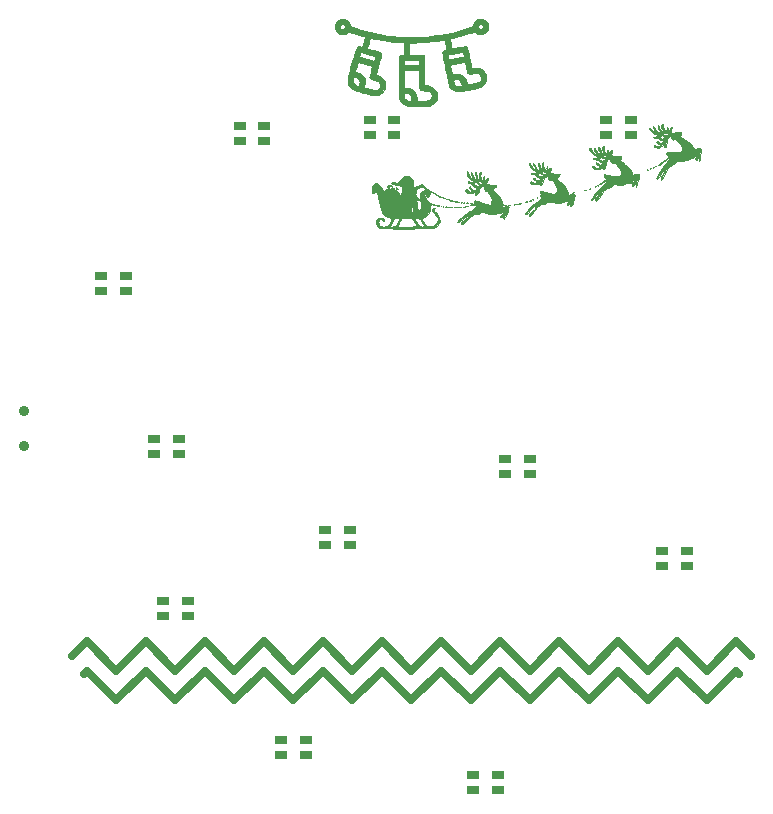
<source format=gbr>
%TF.GenerationSoftware,KiCad,Pcbnew,(5.1.10)-1*%
%TF.CreationDate,2021-10-17T13:02:00+02:00*%
%TF.ProjectId,TVZ_kuglica,54565a5f-6b75-4676-9c69-63612e6b6963,rev?*%
%TF.SameCoordinates,Original*%
%TF.FileFunction,Soldermask,Top*%
%TF.FilePolarity,Negative*%
%FSLAX46Y46*%
G04 Gerber Fmt 4.6, Leading zero omitted, Abs format (unit mm)*
G04 Created by KiCad (PCBNEW (5.1.10)-1) date 2021-10-17 13:02:00*
%MOMM*%
%LPD*%
G01*
G04 APERTURE LIST*
%ADD10C,0.700000*%
%ADD11C,0.010000*%
%ADD12C,0.900000*%
%ADD13R,1.100000X0.750000*%
G04 APERTURE END LIST*
D10*
X109500000Y-120250000D02*
X112000000Y-122750000D01*
X109250000Y-120500000D02*
X109500000Y-120250000D01*
X109500000Y-117750000D02*
X108250000Y-119000000D01*
X162000000Y-122750000D02*
X164500000Y-120250000D01*
X152000000Y-120250000D02*
X149500000Y-117750000D01*
X157000000Y-120250000D02*
X154500000Y-117750000D01*
X165750000Y-119000000D02*
X164500000Y-117750000D01*
X164500000Y-117750000D02*
X162000000Y-120250000D01*
X112000000Y-122750000D02*
X114500000Y-120250000D01*
X144500000Y-120250000D02*
X147000000Y-122750000D01*
X159500000Y-120250000D02*
X162000000Y-122750000D01*
X142000000Y-120250000D02*
X139500000Y-117750000D01*
X142000000Y-122750000D02*
X144500000Y-120250000D01*
X137000000Y-122750000D02*
X139500000Y-120250000D01*
X119500000Y-117750000D02*
X117000000Y-120250000D01*
X134500000Y-117750000D02*
X132000000Y-120250000D01*
X162000000Y-120250000D02*
X159500000Y-117750000D01*
X159500000Y-117750000D02*
X157000000Y-120250000D01*
X117000000Y-122750000D02*
X119500000Y-120250000D01*
X157000000Y-122750000D02*
X159500000Y-120250000D01*
X129500000Y-120250000D02*
X132000000Y-122750000D01*
X154500000Y-120250000D02*
X157000000Y-122750000D01*
X134500000Y-120250000D02*
X137000000Y-122750000D01*
X124500000Y-120250000D02*
X127000000Y-122750000D01*
X132000000Y-122750000D02*
X134500000Y-120250000D01*
X119500000Y-120250000D02*
X122000000Y-122750000D01*
X147000000Y-120250000D02*
X144500000Y-117750000D01*
X154500000Y-117750000D02*
X152000000Y-120250000D01*
X139500000Y-117750000D02*
X137000000Y-120250000D01*
X129500000Y-117750000D02*
X127000000Y-120250000D01*
X152000000Y-122750000D02*
X154500000Y-120250000D01*
X149500000Y-120250000D02*
X152000000Y-122750000D01*
X117000000Y-120250000D02*
X114500000Y-117750000D01*
X114500000Y-117750000D02*
X112000000Y-120250000D01*
X147000000Y-122750000D02*
X149500000Y-120250000D01*
X114500000Y-120250000D02*
X117000000Y-122750000D01*
X127000000Y-120250000D02*
X124500000Y-117750000D01*
X112000000Y-120250000D02*
X109500000Y-117750000D01*
X122000000Y-120250000D02*
X119500000Y-117750000D01*
X137000000Y-120250000D02*
X134500000Y-117750000D01*
X149500000Y-117750000D02*
X147000000Y-120250000D01*
X124500000Y-117750000D02*
X122000000Y-120250000D01*
X144500000Y-117750000D02*
X142000000Y-120250000D01*
X122000000Y-122750000D02*
X124500000Y-120250000D01*
X132000000Y-120250000D02*
X129500000Y-117750000D01*
X139500000Y-120250000D02*
X142000000Y-122750000D01*
X164500000Y-120250000D02*
X164750000Y-120500000D01*
X127000000Y-122750000D02*
X129500000Y-120250000D01*
D11*
%TO.C,G\u002A\u002A\u002A*%
G36*
X147003743Y-77268890D02*
G01*
X147073028Y-77371176D01*
X147105533Y-77439428D01*
X147182896Y-77576098D01*
X147276486Y-77694631D01*
X147366689Y-77777744D01*
X147433891Y-77808155D01*
X147458480Y-77768583D01*
X147456152Y-77748369D01*
X147416542Y-77635784D01*
X147355881Y-77518021D01*
X147300171Y-77383177D01*
X147291439Y-77282064D01*
X147322463Y-77268114D01*
X147384430Y-77357384D01*
X147444814Y-77479835D01*
X147574541Y-77706908D01*
X147710012Y-77839357D01*
X147838394Y-77868959D01*
X147855994Y-77823074D01*
X147832933Y-77769620D01*
X147760560Y-77625228D01*
X147708025Y-77469905D01*
X147684023Y-77338624D01*
X147697243Y-77266353D01*
X147706687Y-77261715D01*
X147762767Y-77300707D01*
X147793458Y-77385972D01*
X147842189Y-77542244D01*
X147896676Y-77654348D01*
X147980084Y-77753385D01*
X148046165Y-77773458D01*
X148068546Y-77717838D01*
X148044273Y-77636031D01*
X148012922Y-77499755D01*
X148018162Y-77350915D01*
X148054285Y-77233603D01*
X148101739Y-77192057D01*
X148160202Y-77228149D01*
X148173403Y-77265393D01*
X148152583Y-77345273D01*
X148125245Y-77359857D01*
X148095603Y-77416536D01*
X148128703Y-77561176D01*
X148129942Y-77564746D01*
X148204290Y-77723949D01*
X148289784Y-77834378D01*
X148368423Y-77885508D01*
X148422202Y-77866815D01*
X148433116Y-77767773D01*
X148428956Y-77739552D01*
X148430758Y-77616167D01*
X148459972Y-77554883D01*
X148496857Y-77558734D01*
X148514334Y-77661114D01*
X148516606Y-77742118D01*
X148527662Y-77903360D01*
X148553394Y-77966110D01*
X148587141Y-77925213D01*
X148614741Y-77818041D01*
X148660986Y-77703303D01*
X148718564Y-77656446D01*
X148819981Y-77664096D01*
X148830016Y-77736179D01*
X148782587Y-77821879D01*
X148711383Y-77976591D01*
X148743917Y-78088061D01*
X148879408Y-78155700D01*
X149117072Y-78178921D01*
X149252473Y-78174991D01*
X149414281Y-78170129D01*
X149518340Y-78175256D01*
X149538768Y-78182698D01*
X149520417Y-78287453D01*
X149458130Y-78397925D01*
X149384711Y-78456027D01*
X149384355Y-78456092D01*
X149326053Y-78508817D01*
X149331692Y-78605380D01*
X149393424Y-78702496D01*
X149434616Y-78733282D01*
X149501776Y-78806049D01*
X149503932Y-78851563D01*
X149508678Y-78884426D01*
X149527970Y-78871526D01*
X149615892Y-78859612D01*
X149734324Y-78931028D01*
X149867688Y-79066052D01*
X150000404Y-79244965D01*
X150116893Y-79448044D01*
X150201576Y-79655569D01*
X150227566Y-79757113D01*
X150268241Y-79967367D01*
X150504733Y-79888107D01*
X150670995Y-79848169D01*
X150772499Y-79868805D01*
X150812793Y-79959773D01*
X150795430Y-80130834D01*
X150723959Y-80391746D01*
X150707134Y-80444352D01*
X150635566Y-80655164D01*
X150572718Y-80822814D01*
X150529228Y-80919480D01*
X150521054Y-80930955D01*
X150456922Y-80951501D01*
X150427728Y-80884702D01*
X150441744Y-80763098D01*
X150454666Y-80651823D01*
X150426229Y-80622304D01*
X150380558Y-80673252D01*
X150381291Y-80685526D01*
X150349492Y-80758815D01*
X150290065Y-80818259D01*
X150212247Y-80862487D01*
X150176133Y-80813515D01*
X150166107Y-80765360D01*
X150193008Y-80623008D01*
X150270634Y-80545538D01*
X150361342Y-80462024D01*
X150388173Y-80399511D01*
X150342851Y-80386668D01*
X150239066Y-80447263D01*
X150235115Y-80450259D01*
X150073124Y-80527223D01*
X149834156Y-80584923D01*
X149553039Y-80619705D01*
X149264599Y-80627913D01*
X149003667Y-80605894D01*
X148917621Y-80588509D01*
X148732386Y-80551403D01*
X148610401Y-80555819D01*
X148509176Y-80603761D01*
X148502838Y-80608064D01*
X148367707Y-80672296D01*
X148179926Y-80729164D01*
X148098668Y-80746140D01*
X147965270Y-80776267D01*
X147853961Y-80824258D01*
X147747350Y-80905999D01*
X147628042Y-81037377D01*
X147478647Y-81234280D01*
X147320941Y-81456565D01*
X147181407Y-81628440D01*
X147063347Y-81721989D01*
X146979076Y-81730350D01*
X146943492Y-81666987D01*
X146974490Y-81587913D01*
X147064890Y-81471860D01*
X147184289Y-81350254D01*
X147302286Y-81254522D01*
X147378837Y-81216957D01*
X147421190Y-81163083D01*
X147420826Y-81123581D01*
X147437797Y-81044314D01*
X147461711Y-81030398D01*
X147508224Y-80978581D01*
X147507496Y-80965010D01*
X147468886Y-80918979D01*
X147380102Y-80955450D01*
X147236133Y-81077780D01*
X147046129Y-81273920D01*
X146841690Y-81483862D01*
X146698609Y-81602866D01*
X146614099Y-81632890D01*
X146587217Y-81596756D01*
X146605086Y-81510062D01*
X146689429Y-81385330D01*
X146848677Y-81211947D01*
X147039107Y-81027860D01*
X147237025Y-80845961D01*
X147365058Y-80738174D01*
X147432591Y-80698242D01*
X147449016Y-80719908D01*
X147437315Y-80762453D01*
X147432975Y-80802644D01*
X147452015Y-80783742D01*
X147474957Y-80712830D01*
X147574563Y-80695266D01*
X147607257Y-80718159D01*
X147630150Y-80685465D01*
X147852498Y-80646259D01*
X147885192Y-80669151D01*
X147908085Y-80636457D01*
X147875390Y-80613564D01*
X147852498Y-80646259D01*
X147630150Y-80685465D01*
X147597456Y-80662571D01*
X147574563Y-80695266D01*
X147474957Y-80712830D01*
X147484521Y-80683269D01*
X147483015Y-80663645D01*
X147520728Y-80599188D01*
X147603112Y-80555959D01*
X147747145Y-80480660D01*
X148219071Y-80397447D01*
X148238073Y-80426127D01*
X148304566Y-80475933D01*
X148334585Y-80458018D01*
X148333756Y-80450152D01*
X148330423Y-80447357D01*
X148777873Y-80368460D01*
X148810567Y-80391352D01*
X148833460Y-80358658D01*
X148800765Y-80335765D01*
X148777873Y-80368460D01*
X148330423Y-80447357D01*
X148285983Y-80410097D01*
X148258264Y-80397292D01*
X148219071Y-80397447D01*
X147747145Y-80480660D01*
X147822281Y-80441380D01*
X147840823Y-80419056D01*
X148647096Y-80276889D01*
X148679790Y-80299781D01*
X148702683Y-80267087D01*
X148669989Y-80244195D01*
X148647096Y-80276889D01*
X147840823Y-80419056D01*
X147957667Y-80278383D01*
X147999685Y-80086141D01*
X147938892Y-79884076D01*
X147872005Y-79724371D01*
X147882921Y-79629386D01*
X147964527Y-79610586D01*
X148078269Y-79659497D01*
X148212627Y-79719104D01*
X148315643Y-79733523D01*
X148415018Y-79740740D01*
X148580473Y-79775509D01*
X148724437Y-79815100D01*
X148926772Y-79867401D01*
X149063612Y-79875377D01*
X149172655Y-79840463D01*
X149186897Y-79832770D01*
X149274630Y-79766537D01*
X149307747Y-79674837D01*
X149299924Y-79516985D01*
X149298133Y-79501881D01*
X149219817Y-79220281D01*
X149086940Y-78967055D01*
X149033961Y-78890425D01*
X149366640Y-78831765D01*
X149399334Y-78854657D01*
X149422227Y-78821963D01*
X149389533Y-78799070D01*
X149366640Y-78831765D01*
X149033961Y-78890425D01*
X148975469Y-78805822D01*
X148892317Y-78727009D01*
X148815112Y-78712174D01*
X148785606Y-78718608D01*
X148680795Y-78716991D01*
X148650474Y-78670792D01*
X148603677Y-78603265D01*
X148573494Y-78599069D01*
X148540459Y-78575475D01*
X148567138Y-78511788D01*
X148592519Y-78414048D01*
X148549253Y-78361745D01*
X148438679Y-78341793D01*
X148325489Y-78420764D01*
X148221453Y-78585612D01*
X148140549Y-78814724D01*
X148064423Y-79034449D01*
X147979065Y-79152483D01*
X147888745Y-79164412D01*
X147839962Y-79125803D01*
X147836728Y-79049946D01*
X147882376Y-78979722D01*
X147933683Y-78895369D01*
X147923345Y-78852480D01*
X147856934Y-78865051D01*
X147789089Y-78928782D01*
X147643911Y-79033261D01*
X147444241Y-79077326D01*
X147234500Y-79054979D01*
X147138922Y-79016593D01*
X147023795Y-78935600D01*
X147010105Y-78865649D01*
X147016428Y-78855099D01*
X147085368Y-78825647D01*
X147200013Y-78887077D01*
X147200381Y-78887354D01*
X147341060Y-78956057D01*
X147475164Y-78964580D01*
X147561971Y-78911593D01*
X147567975Y-78899330D01*
X147540170Y-78836417D01*
X147444425Y-78752337D01*
X147428970Y-78741904D01*
X147295068Y-78636865D01*
X147267766Y-78566264D01*
X147341377Y-78529747D01*
X147433721Y-78561603D01*
X147478904Y-78620756D01*
X147570168Y-78705089D01*
X147708134Y-78739842D01*
X147833509Y-78712352D01*
X147849955Y-78700004D01*
X147892317Y-78610355D01*
X147828589Y-78522161D01*
X147695143Y-78455707D01*
X147567200Y-78389517D01*
X147499402Y-78315251D01*
X147497530Y-78308083D01*
X147459611Y-78270996D01*
X147666837Y-78234457D01*
X147707496Y-78296896D01*
X147757597Y-78338228D01*
X147870680Y-78389402D01*
X148006259Y-78406192D01*
X148124701Y-78390150D01*
X148186374Y-78342824D01*
X148187662Y-78321411D01*
X148131126Y-78264465D01*
X148073971Y-78245478D01*
X147954266Y-78195569D01*
X147912947Y-78161040D01*
X147890921Y-78145748D01*
X148070454Y-78114092D01*
X148176098Y-78181271D01*
X148243604Y-78199099D01*
X148379718Y-78221045D01*
X148445733Y-78204452D01*
X148473717Y-78159023D01*
X148442681Y-78102176D01*
X148335521Y-78036327D01*
X148297210Y-78020065D01*
X148150492Y-77977193D01*
X148077839Y-77996668D01*
X148067809Y-78013908D01*
X148070454Y-78114092D01*
X147890921Y-78145748D01*
X147834395Y-78106507D01*
X147745600Y-78142535D01*
X147705831Y-78176288D01*
X147666837Y-78234457D01*
X147459611Y-78270996D01*
X147436295Y-78248193D01*
X147331344Y-78234419D01*
X147206517Y-78218513D01*
X147143845Y-78176178D01*
X147148900Y-78131807D01*
X147237763Y-78110242D01*
X147341911Y-78105593D01*
X147506047Y-78087504D01*
X147560969Y-78042273D01*
X147506226Y-77972983D01*
X147372198Y-77897025D01*
X147241098Y-77803992D01*
X147113584Y-77665074D01*
X147009810Y-77510379D01*
X146949932Y-77370012D01*
X146954105Y-77274082D01*
X146954636Y-77273309D01*
X147003743Y-77268890D01*
G37*
X147003743Y-77268890D02*
X147073028Y-77371176D01*
X147105533Y-77439428D01*
X147182896Y-77576098D01*
X147276486Y-77694631D01*
X147366689Y-77777744D01*
X147433891Y-77808155D01*
X147458480Y-77768583D01*
X147456152Y-77748369D01*
X147416542Y-77635784D01*
X147355881Y-77518021D01*
X147300171Y-77383177D01*
X147291439Y-77282064D01*
X147322463Y-77268114D01*
X147384430Y-77357384D01*
X147444814Y-77479835D01*
X147574541Y-77706908D01*
X147710012Y-77839357D01*
X147838394Y-77868959D01*
X147855994Y-77823074D01*
X147832933Y-77769620D01*
X147760560Y-77625228D01*
X147708025Y-77469905D01*
X147684023Y-77338624D01*
X147697243Y-77266353D01*
X147706687Y-77261715D01*
X147762767Y-77300707D01*
X147793458Y-77385972D01*
X147842189Y-77542244D01*
X147896676Y-77654348D01*
X147980084Y-77753385D01*
X148046165Y-77773458D01*
X148068546Y-77717838D01*
X148044273Y-77636031D01*
X148012922Y-77499755D01*
X148018162Y-77350915D01*
X148054285Y-77233603D01*
X148101739Y-77192057D01*
X148160202Y-77228149D01*
X148173403Y-77265393D01*
X148152583Y-77345273D01*
X148125245Y-77359857D01*
X148095603Y-77416536D01*
X148128703Y-77561176D01*
X148129942Y-77564746D01*
X148204290Y-77723949D01*
X148289784Y-77834378D01*
X148368423Y-77885508D01*
X148422202Y-77866815D01*
X148433116Y-77767773D01*
X148428956Y-77739552D01*
X148430758Y-77616167D01*
X148459972Y-77554883D01*
X148496857Y-77558734D01*
X148514334Y-77661114D01*
X148516606Y-77742118D01*
X148527662Y-77903360D01*
X148553394Y-77966110D01*
X148587141Y-77925213D01*
X148614741Y-77818041D01*
X148660986Y-77703303D01*
X148718564Y-77656446D01*
X148819981Y-77664096D01*
X148830016Y-77736179D01*
X148782587Y-77821879D01*
X148711383Y-77976591D01*
X148743917Y-78088061D01*
X148879408Y-78155700D01*
X149117072Y-78178921D01*
X149252473Y-78174991D01*
X149414281Y-78170129D01*
X149518340Y-78175256D01*
X149538768Y-78182698D01*
X149520417Y-78287453D01*
X149458130Y-78397925D01*
X149384711Y-78456027D01*
X149384355Y-78456092D01*
X149326053Y-78508817D01*
X149331692Y-78605380D01*
X149393424Y-78702496D01*
X149434616Y-78733282D01*
X149501776Y-78806049D01*
X149503932Y-78851563D01*
X149508678Y-78884426D01*
X149527970Y-78871526D01*
X149615892Y-78859612D01*
X149734324Y-78931028D01*
X149867688Y-79066052D01*
X150000404Y-79244965D01*
X150116893Y-79448044D01*
X150201576Y-79655569D01*
X150227566Y-79757113D01*
X150268241Y-79967367D01*
X150504733Y-79888107D01*
X150670995Y-79848169D01*
X150772499Y-79868805D01*
X150812793Y-79959773D01*
X150795430Y-80130834D01*
X150723959Y-80391746D01*
X150707134Y-80444352D01*
X150635566Y-80655164D01*
X150572718Y-80822814D01*
X150529228Y-80919480D01*
X150521054Y-80930955D01*
X150456922Y-80951501D01*
X150427728Y-80884702D01*
X150441744Y-80763098D01*
X150454666Y-80651823D01*
X150426229Y-80622304D01*
X150380558Y-80673252D01*
X150381291Y-80685526D01*
X150349492Y-80758815D01*
X150290065Y-80818259D01*
X150212247Y-80862487D01*
X150176133Y-80813515D01*
X150166107Y-80765360D01*
X150193008Y-80623008D01*
X150270634Y-80545538D01*
X150361342Y-80462024D01*
X150388173Y-80399511D01*
X150342851Y-80386668D01*
X150239066Y-80447263D01*
X150235115Y-80450259D01*
X150073124Y-80527223D01*
X149834156Y-80584923D01*
X149553039Y-80619705D01*
X149264599Y-80627913D01*
X149003667Y-80605894D01*
X148917621Y-80588509D01*
X148732386Y-80551403D01*
X148610401Y-80555819D01*
X148509176Y-80603761D01*
X148502838Y-80608064D01*
X148367707Y-80672296D01*
X148179926Y-80729164D01*
X148098668Y-80746140D01*
X147965270Y-80776267D01*
X147853961Y-80824258D01*
X147747350Y-80905999D01*
X147628042Y-81037377D01*
X147478647Y-81234280D01*
X147320941Y-81456565D01*
X147181407Y-81628440D01*
X147063347Y-81721989D01*
X146979076Y-81730350D01*
X146943492Y-81666987D01*
X146974490Y-81587913D01*
X147064890Y-81471860D01*
X147184289Y-81350254D01*
X147302286Y-81254522D01*
X147378837Y-81216957D01*
X147421190Y-81163083D01*
X147420826Y-81123581D01*
X147437797Y-81044314D01*
X147461711Y-81030398D01*
X147508224Y-80978581D01*
X147507496Y-80965010D01*
X147468886Y-80918979D01*
X147380102Y-80955450D01*
X147236133Y-81077780D01*
X147046129Y-81273920D01*
X146841690Y-81483862D01*
X146698609Y-81602866D01*
X146614099Y-81632890D01*
X146587217Y-81596756D01*
X146605086Y-81510062D01*
X146689429Y-81385330D01*
X146848677Y-81211947D01*
X147039107Y-81027860D01*
X147237025Y-80845961D01*
X147365058Y-80738174D01*
X147432591Y-80698242D01*
X147449016Y-80719908D01*
X147437315Y-80762453D01*
X147432975Y-80802644D01*
X147452015Y-80783742D01*
X147474957Y-80712830D01*
X147574563Y-80695266D01*
X147607257Y-80718159D01*
X147630150Y-80685465D01*
X147852498Y-80646259D01*
X147885192Y-80669151D01*
X147908085Y-80636457D01*
X147875390Y-80613564D01*
X147852498Y-80646259D01*
X147630150Y-80685465D01*
X147597456Y-80662571D01*
X147574563Y-80695266D01*
X147474957Y-80712830D01*
X147484521Y-80683269D01*
X147483015Y-80663645D01*
X147520728Y-80599188D01*
X147603112Y-80555959D01*
X147747145Y-80480660D01*
X148219071Y-80397447D01*
X148238073Y-80426127D01*
X148304566Y-80475933D01*
X148334585Y-80458018D01*
X148333756Y-80450152D01*
X148330423Y-80447357D01*
X148777873Y-80368460D01*
X148810567Y-80391352D01*
X148833460Y-80358658D01*
X148800765Y-80335765D01*
X148777873Y-80368460D01*
X148330423Y-80447357D01*
X148285983Y-80410097D01*
X148258264Y-80397292D01*
X148219071Y-80397447D01*
X147747145Y-80480660D01*
X147822281Y-80441380D01*
X147840823Y-80419056D01*
X148647096Y-80276889D01*
X148679790Y-80299781D01*
X148702683Y-80267087D01*
X148669989Y-80244195D01*
X148647096Y-80276889D01*
X147840823Y-80419056D01*
X147957667Y-80278383D01*
X147999685Y-80086141D01*
X147938892Y-79884076D01*
X147872005Y-79724371D01*
X147882921Y-79629386D01*
X147964527Y-79610586D01*
X148078269Y-79659497D01*
X148212627Y-79719104D01*
X148315643Y-79733523D01*
X148415018Y-79740740D01*
X148580473Y-79775509D01*
X148724437Y-79815100D01*
X148926772Y-79867401D01*
X149063612Y-79875377D01*
X149172655Y-79840463D01*
X149186897Y-79832770D01*
X149274630Y-79766537D01*
X149307747Y-79674837D01*
X149299924Y-79516985D01*
X149298133Y-79501881D01*
X149219817Y-79220281D01*
X149086940Y-78967055D01*
X149033961Y-78890425D01*
X149366640Y-78831765D01*
X149399334Y-78854657D01*
X149422227Y-78821963D01*
X149389533Y-78799070D01*
X149366640Y-78831765D01*
X149033961Y-78890425D01*
X148975469Y-78805822D01*
X148892317Y-78727009D01*
X148815112Y-78712174D01*
X148785606Y-78718608D01*
X148680795Y-78716991D01*
X148650474Y-78670792D01*
X148603677Y-78603265D01*
X148573494Y-78599069D01*
X148540459Y-78575475D01*
X148567138Y-78511788D01*
X148592519Y-78414048D01*
X148549253Y-78361745D01*
X148438679Y-78341793D01*
X148325489Y-78420764D01*
X148221453Y-78585612D01*
X148140549Y-78814724D01*
X148064423Y-79034449D01*
X147979065Y-79152483D01*
X147888745Y-79164412D01*
X147839962Y-79125803D01*
X147836728Y-79049946D01*
X147882376Y-78979722D01*
X147933683Y-78895369D01*
X147923345Y-78852480D01*
X147856934Y-78865051D01*
X147789089Y-78928782D01*
X147643911Y-79033261D01*
X147444241Y-79077326D01*
X147234500Y-79054979D01*
X147138922Y-79016593D01*
X147023795Y-78935600D01*
X147010105Y-78865649D01*
X147016428Y-78855099D01*
X147085368Y-78825647D01*
X147200013Y-78887077D01*
X147200381Y-78887354D01*
X147341060Y-78956057D01*
X147475164Y-78964580D01*
X147561971Y-78911593D01*
X147567975Y-78899330D01*
X147540170Y-78836417D01*
X147444425Y-78752337D01*
X147428970Y-78741904D01*
X147295068Y-78636865D01*
X147267766Y-78566264D01*
X147341377Y-78529747D01*
X147433721Y-78561603D01*
X147478904Y-78620756D01*
X147570168Y-78705089D01*
X147708134Y-78739842D01*
X147833509Y-78712352D01*
X147849955Y-78700004D01*
X147892317Y-78610355D01*
X147828589Y-78522161D01*
X147695143Y-78455707D01*
X147567200Y-78389517D01*
X147499402Y-78315251D01*
X147497530Y-78308083D01*
X147459611Y-78270996D01*
X147666837Y-78234457D01*
X147707496Y-78296896D01*
X147757597Y-78338228D01*
X147870680Y-78389402D01*
X148006259Y-78406192D01*
X148124701Y-78390150D01*
X148186374Y-78342824D01*
X148187662Y-78321411D01*
X148131126Y-78264465D01*
X148073971Y-78245478D01*
X147954266Y-78195569D01*
X147912947Y-78161040D01*
X147890921Y-78145748D01*
X148070454Y-78114092D01*
X148176098Y-78181271D01*
X148243604Y-78199099D01*
X148379718Y-78221045D01*
X148445733Y-78204452D01*
X148473717Y-78159023D01*
X148442681Y-78102176D01*
X148335521Y-78036327D01*
X148297210Y-78020065D01*
X148150492Y-77977193D01*
X148077839Y-77996668D01*
X148067809Y-78013908D01*
X148070454Y-78114092D01*
X147890921Y-78145748D01*
X147834395Y-78106507D01*
X147745600Y-78142535D01*
X147705831Y-78176288D01*
X147666837Y-78234457D01*
X147459611Y-78270996D01*
X147436295Y-78248193D01*
X147331344Y-78234419D01*
X147206517Y-78218513D01*
X147143845Y-78176178D01*
X147148900Y-78131807D01*
X147237763Y-78110242D01*
X147341911Y-78105593D01*
X147506047Y-78087504D01*
X147560969Y-78042273D01*
X147506226Y-77972983D01*
X147372198Y-77897025D01*
X147241098Y-77803992D01*
X147113584Y-77665074D01*
X147009810Y-77510379D01*
X146949932Y-77370012D01*
X146954105Y-77274082D01*
X146954636Y-77273309D01*
X147003743Y-77268890D01*
G36*
X141746708Y-78012961D02*
G01*
X141780598Y-78137403D01*
X141837920Y-78317059D01*
X141938859Y-78470542D01*
X142056213Y-78558751D01*
X142077975Y-78564875D01*
X142126534Y-78553182D01*
X142109080Y-78472979D01*
X142093020Y-78436304D01*
X142021328Y-78243254D01*
X141995647Y-78088813D01*
X142020190Y-78001163D01*
X142027211Y-77996187D01*
X142070275Y-78026113D01*
X142113720Y-78139093D01*
X142126270Y-78192651D01*
X142189022Y-78392531D01*
X142279031Y-78550545D01*
X142378307Y-78640059D01*
X142435053Y-78649768D01*
X142471019Y-78609936D01*
X142460684Y-78498842D01*
X142426712Y-78372412D01*
X142383788Y-78180221D01*
X142393287Y-78069991D01*
X142402638Y-78058040D01*
X142449196Y-78067011D01*
X142488826Y-78185628D01*
X142497256Y-78229523D01*
X142534656Y-78393617D01*
X142577333Y-78517108D01*
X142585483Y-78532582D01*
X142654876Y-78604713D01*
X142701303Y-78577854D01*
X142709521Y-78465637D01*
X142703958Y-78426639D01*
X142695666Y-78252467D01*
X142726029Y-78103678D01*
X142785786Y-78018433D01*
X142804708Y-78011435D01*
X142860243Y-78048097D01*
X142873042Y-78085359D01*
X142856071Y-78164625D01*
X142832158Y-78178542D01*
X142801722Y-78232818D01*
X142808262Y-78351400D01*
X142843187Y-78495306D01*
X142897908Y-78625556D01*
X142944613Y-78688878D01*
X143042598Y-78759607D01*
X143085936Y-78734052D01*
X143079830Y-78608487D01*
X143077330Y-78593832D01*
X143074196Y-78473680D01*
X143107624Y-78416559D01*
X143108399Y-78416409D01*
X143152489Y-78461387D01*
X143174627Y-78611835D01*
X143176105Y-78648060D01*
X143183341Y-78890374D01*
X143243284Y-78722187D01*
X143321294Y-78587193D01*
X143417008Y-78534946D01*
X143501818Y-78573422D01*
X143497693Y-78639741D01*
X143447589Y-78696023D01*
X143355715Y-78810530D01*
X143331118Y-78933344D01*
X143377766Y-79018585D01*
X143494079Y-79064152D01*
X143673169Y-79100329D01*
X143864939Y-79119650D01*
X144019295Y-79114646D01*
X144020654Y-79114418D01*
X144118270Y-79118089D01*
X144133660Y-79185634D01*
X144133583Y-79186030D01*
X144119892Y-79280647D01*
X144119688Y-79304528D01*
X144080543Y-79347954D01*
X143994379Y-79406490D01*
X143901182Y-79479946D01*
X143873363Y-79532799D01*
X143916682Y-79594797D01*
X144019876Y-79704702D01*
X144125403Y-79805874D01*
X144397110Y-80094489D01*
X144565977Y-80368176D01*
X144630682Y-80577267D01*
X144672960Y-80710483D01*
X144731558Y-80782338D01*
X144738913Y-80784760D01*
X144784304Y-80802652D01*
X144744630Y-80817185D01*
X144691556Y-80877209D01*
X144690622Y-80917206D01*
X144733049Y-80966391D01*
X144848774Y-80971797D01*
X144955466Y-80956480D01*
X145112975Y-80936156D01*
X145192177Y-80953254D01*
X145223666Y-81015453D01*
X145225327Y-81024213D01*
X145212682Y-81125917D01*
X145161650Y-81297452D01*
X145082253Y-81506663D01*
X145055244Y-81570040D01*
X144936705Y-81823883D01*
X144849003Y-81971770D01*
X144790508Y-82015865D01*
X144760131Y-81961513D01*
X144768279Y-81865207D01*
X144792512Y-81771671D01*
X144817167Y-81685929D01*
X144795861Y-81682049D01*
X144710951Y-81758017D01*
X144706831Y-81761890D01*
X144590934Y-81861280D01*
X144531423Y-81877131D01*
X144509461Y-81810079D01*
X144507205Y-81768639D01*
X144554381Y-81641951D01*
X144632589Y-81587332D01*
X144736697Y-81514914D01*
X144773922Y-81450627D01*
X144761567Y-81401735D01*
X144689542Y-81435567D01*
X144606707Y-81477475D01*
X144481404Y-81511627D01*
X144292946Y-81541859D01*
X144020648Y-81572005D01*
X143884218Y-81584844D01*
X143555916Y-81575765D01*
X143305876Y-81500215D01*
X143140192Y-81435548D01*
X143022591Y-81420991D01*
X142900546Y-81455448D01*
X142822706Y-81490125D01*
X142619922Y-81561196D01*
X142407522Y-81602594D01*
X142374730Y-81605130D01*
X142264255Y-81617343D01*
X142169308Y-81651712D01*
X142067030Y-81724191D01*
X141934561Y-81850734D01*
X141763469Y-82031748D01*
X141548189Y-82250412D01*
X141374348Y-82400089D01*
X141250444Y-82474706D01*
X141184980Y-82468193D01*
X141178065Y-82449840D01*
X141195159Y-82339328D01*
X141257313Y-82226401D01*
X141332305Y-82168493D01*
X141419935Y-82123535D01*
X141541042Y-82029180D01*
X141664836Y-81914142D01*
X141760532Y-81807131D01*
X141797342Y-81736855D01*
X141797122Y-81735026D01*
X141783767Y-81702893D01*
X141748871Y-81703016D01*
X141676333Y-81744911D01*
X141550054Y-81838092D01*
X141353933Y-81992075D01*
X141329902Y-82011150D01*
X141126193Y-82162065D01*
X140973804Y-82253501D01*
X140881757Y-82282791D01*
X140859070Y-82247272D01*
X140914764Y-82144278D01*
X140924416Y-82130946D01*
X141020931Y-82028933D01*
X141179555Y-81890671D01*
X141375653Y-81734520D01*
X141584591Y-81578842D01*
X141781735Y-81441996D01*
X141942451Y-81342342D01*
X142041545Y-81298338D01*
X142157612Y-81241436D01*
X142284091Y-81129470D01*
X142389629Y-80997424D01*
X142442872Y-80880288D01*
X142443450Y-80849827D01*
X142386223Y-80800663D01*
X142235075Y-80798473D01*
X142191727Y-80803700D01*
X141953834Y-80836012D01*
X142155508Y-80778152D01*
X142289460Y-80722607D01*
X142324228Y-80664798D01*
X142321244Y-80658260D01*
X142309646Y-80557252D01*
X142324026Y-80503431D01*
X142377111Y-80438960D01*
X142473174Y-80459143D01*
X142473236Y-80459171D01*
X142614408Y-80513324D01*
X142811721Y-80579280D01*
X143035894Y-80648473D01*
X143257646Y-80712341D01*
X143447692Y-80762318D01*
X143576752Y-80789840D01*
X143611871Y-80792186D01*
X143701228Y-80725724D01*
X143765669Y-80587779D01*
X143789993Y-80419342D01*
X143781860Y-80333924D01*
X143736608Y-80188577D01*
X143656478Y-79997834D01*
X143597473Y-79877682D01*
X143504304Y-79713626D01*
X143433286Y-79633359D01*
X143362577Y-79616704D01*
X143323820Y-79624944D01*
X143235467Y-79631399D01*
X143228745Y-79592313D01*
X143210321Y-79515335D01*
X143175017Y-79491610D01*
X143120681Y-79447158D01*
X143149031Y-79362898D01*
X143150864Y-79359668D01*
X143180201Y-79277727D01*
X143125226Y-79244076D01*
X143115461Y-79242064D01*
X142974160Y-79246606D01*
X142855485Y-79330349D01*
X142744577Y-79506638D01*
X142692139Y-79622335D01*
X142591648Y-79822748D01*
X142497033Y-79941269D01*
X142451671Y-79965087D01*
X142359609Y-79948409D01*
X142338244Y-79880781D01*
X142391768Y-79802468D01*
X142432249Y-79778451D01*
X142501447Y-79718810D01*
X142496666Y-79674645D01*
X142419580Y-79665540D01*
X142292808Y-79741674D01*
X142155548Y-79823516D01*
X142009822Y-79843370D01*
X141918268Y-79835900D01*
X141705407Y-79784748D01*
X141579465Y-79696015D01*
X141552195Y-79579924D01*
X141596306Y-79492297D01*
X141669169Y-79511375D01*
X141734862Y-79589972D01*
X141858776Y-79682040D01*
X141967752Y-79696002D01*
X142083277Y-79678221D01*
X142105249Y-79633774D01*
X142034282Y-79546734D01*
X141975637Y-79492505D01*
X141880230Y-79376932D01*
X141872962Y-79290270D01*
X141936110Y-79253582D01*
X141987067Y-79292542D01*
X142007675Y-79353577D01*
X142078024Y-79460789D01*
X142220738Y-79520022D01*
X142377092Y-79519715D01*
X142464588Y-79469971D01*
X142464825Y-79390275D01*
X142383629Y-79314546D01*
X142338629Y-79295769D01*
X142212100Y-79215695D01*
X142139458Y-79129869D01*
X142038861Y-79039257D01*
X142235228Y-79004633D01*
X142287638Y-79087478D01*
X142377842Y-79164885D01*
X142521187Y-79234539D01*
X142655909Y-79240217D01*
X142742476Y-79181294D01*
X142747409Y-79170718D01*
X142720192Y-79110664D01*
X142647362Y-79071712D01*
X142543425Y-79005271D01*
X142508587Y-78943886D01*
X142478166Y-78906389D01*
X142669691Y-78872618D01*
X142691830Y-78947018D01*
X142767339Y-79015467D01*
X142826010Y-79037567D01*
X142996925Y-79057636D01*
X143083924Y-79031282D01*
X143091480Y-78999135D01*
X143037084Y-78943552D01*
X142922585Y-78882088D01*
X142797147Y-78837254D01*
X142719582Y-78828858D01*
X142669691Y-78872618D01*
X142478166Y-78906389D01*
X142463913Y-78888823D01*
X142411204Y-78905760D01*
X142310590Y-78954427D01*
X142278186Y-78964004D01*
X142235228Y-79004633D01*
X142038861Y-79039257D01*
X142028039Y-79029510D01*
X141917694Y-78994298D01*
X141803215Y-78960405D01*
X141756883Y-78906422D01*
X141778816Y-78830652D01*
X141851109Y-78828238D01*
X141892012Y-78860151D01*
X141968109Y-78888118D01*
X142078590Y-78883486D01*
X142171907Y-78853854D01*
X142199260Y-78814858D01*
X142149845Y-78753892D01*
X142053460Y-78682949D01*
X141924131Y-78573621D01*
X141808694Y-78432490D01*
X141737341Y-78295358D01*
X141686023Y-78148622D01*
X141661811Y-78023439D01*
X141671773Y-77950963D01*
X141698341Y-77946213D01*
X141746708Y-78012961D01*
G37*
X141746708Y-78012961D02*
X141780598Y-78137403D01*
X141837920Y-78317059D01*
X141938859Y-78470542D01*
X142056213Y-78558751D01*
X142077975Y-78564875D01*
X142126534Y-78553182D01*
X142109080Y-78472979D01*
X142093020Y-78436304D01*
X142021328Y-78243254D01*
X141995647Y-78088813D01*
X142020190Y-78001163D01*
X142027211Y-77996187D01*
X142070275Y-78026113D01*
X142113720Y-78139093D01*
X142126270Y-78192651D01*
X142189022Y-78392531D01*
X142279031Y-78550545D01*
X142378307Y-78640059D01*
X142435053Y-78649768D01*
X142471019Y-78609936D01*
X142460684Y-78498842D01*
X142426712Y-78372412D01*
X142383788Y-78180221D01*
X142393287Y-78069991D01*
X142402638Y-78058040D01*
X142449196Y-78067011D01*
X142488826Y-78185628D01*
X142497256Y-78229523D01*
X142534656Y-78393617D01*
X142577333Y-78517108D01*
X142585483Y-78532582D01*
X142654876Y-78604713D01*
X142701303Y-78577854D01*
X142709521Y-78465637D01*
X142703958Y-78426639D01*
X142695666Y-78252467D01*
X142726029Y-78103678D01*
X142785786Y-78018433D01*
X142804708Y-78011435D01*
X142860243Y-78048097D01*
X142873042Y-78085359D01*
X142856071Y-78164625D01*
X142832158Y-78178542D01*
X142801722Y-78232818D01*
X142808262Y-78351400D01*
X142843187Y-78495306D01*
X142897908Y-78625556D01*
X142944613Y-78688878D01*
X143042598Y-78759607D01*
X143085936Y-78734052D01*
X143079830Y-78608487D01*
X143077330Y-78593832D01*
X143074196Y-78473680D01*
X143107624Y-78416559D01*
X143108399Y-78416409D01*
X143152489Y-78461387D01*
X143174627Y-78611835D01*
X143176105Y-78648060D01*
X143183341Y-78890374D01*
X143243284Y-78722187D01*
X143321294Y-78587193D01*
X143417008Y-78534946D01*
X143501818Y-78573422D01*
X143497693Y-78639741D01*
X143447589Y-78696023D01*
X143355715Y-78810530D01*
X143331118Y-78933344D01*
X143377766Y-79018585D01*
X143494079Y-79064152D01*
X143673169Y-79100329D01*
X143864939Y-79119650D01*
X144019295Y-79114646D01*
X144020654Y-79114418D01*
X144118270Y-79118089D01*
X144133660Y-79185634D01*
X144133583Y-79186030D01*
X144119892Y-79280647D01*
X144119688Y-79304528D01*
X144080543Y-79347954D01*
X143994379Y-79406490D01*
X143901182Y-79479946D01*
X143873363Y-79532799D01*
X143916682Y-79594797D01*
X144019876Y-79704702D01*
X144125403Y-79805874D01*
X144397110Y-80094489D01*
X144565977Y-80368176D01*
X144630682Y-80577267D01*
X144672960Y-80710483D01*
X144731558Y-80782338D01*
X144738913Y-80784760D01*
X144784304Y-80802652D01*
X144744630Y-80817185D01*
X144691556Y-80877209D01*
X144690622Y-80917206D01*
X144733049Y-80966391D01*
X144848774Y-80971797D01*
X144955466Y-80956480D01*
X145112975Y-80936156D01*
X145192177Y-80953254D01*
X145223666Y-81015453D01*
X145225327Y-81024213D01*
X145212682Y-81125917D01*
X145161650Y-81297452D01*
X145082253Y-81506663D01*
X145055244Y-81570040D01*
X144936705Y-81823883D01*
X144849003Y-81971770D01*
X144790508Y-82015865D01*
X144760131Y-81961513D01*
X144768279Y-81865207D01*
X144792512Y-81771671D01*
X144817167Y-81685929D01*
X144795861Y-81682049D01*
X144710951Y-81758017D01*
X144706831Y-81761890D01*
X144590934Y-81861280D01*
X144531423Y-81877131D01*
X144509461Y-81810079D01*
X144507205Y-81768639D01*
X144554381Y-81641951D01*
X144632589Y-81587332D01*
X144736697Y-81514914D01*
X144773922Y-81450627D01*
X144761567Y-81401735D01*
X144689542Y-81435567D01*
X144606707Y-81477475D01*
X144481404Y-81511627D01*
X144292946Y-81541859D01*
X144020648Y-81572005D01*
X143884218Y-81584844D01*
X143555916Y-81575765D01*
X143305876Y-81500215D01*
X143140192Y-81435548D01*
X143022591Y-81420991D01*
X142900546Y-81455448D01*
X142822706Y-81490125D01*
X142619922Y-81561196D01*
X142407522Y-81602594D01*
X142374730Y-81605130D01*
X142264255Y-81617343D01*
X142169308Y-81651712D01*
X142067030Y-81724191D01*
X141934561Y-81850734D01*
X141763469Y-82031748D01*
X141548189Y-82250412D01*
X141374348Y-82400089D01*
X141250444Y-82474706D01*
X141184980Y-82468193D01*
X141178065Y-82449840D01*
X141195159Y-82339328D01*
X141257313Y-82226401D01*
X141332305Y-82168493D01*
X141419935Y-82123535D01*
X141541042Y-82029180D01*
X141664836Y-81914142D01*
X141760532Y-81807131D01*
X141797342Y-81736855D01*
X141797122Y-81735026D01*
X141783767Y-81702893D01*
X141748871Y-81703016D01*
X141676333Y-81744911D01*
X141550054Y-81838092D01*
X141353933Y-81992075D01*
X141329902Y-82011150D01*
X141126193Y-82162065D01*
X140973804Y-82253501D01*
X140881757Y-82282791D01*
X140859070Y-82247272D01*
X140914764Y-82144278D01*
X140924416Y-82130946D01*
X141020931Y-82028933D01*
X141179555Y-81890671D01*
X141375653Y-81734520D01*
X141584591Y-81578842D01*
X141781735Y-81441996D01*
X141942451Y-81342342D01*
X142041545Y-81298338D01*
X142157612Y-81241436D01*
X142284091Y-81129470D01*
X142389629Y-80997424D01*
X142442872Y-80880288D01*
X142443450Y-80849827D01*
X142386223Y-80800663D01*
X142235075Y-80798473D01*
X142191727Y-80803700D01*
X141953834Y-80836012D01*
X142155508Y-80778152D01*
X142289460Y-80722607D01*
X142324228Y-80664798D01*
X142321244Y-80658260D01*
X142309646Y-80557252D01*
X142324026Y-80503431D01*
X142377111Y-80438960D01*
X142473174Y-80459143D01*
X142473236Y-80459171D01*
X142614408Y-80513324D01*
X142811721Y-80579280D01*
X143035894Y-80648473D01*
X143257646Y-80712341D01*
X143447692Y-80762318D01*
X143576752Y-80789840D01*
X143611871Y-80792186D01*
X143701228Y-80725724D01*
X143765669Y-80587779D01*
X143789993Y-80419342D01*
X143781860Y-80333924D01*
X143736608Y-80188577D01*
X143656478Y-79997834D01*
X143597473Y-79877682D01*
X143504304Y-79713626D01*
X143433286Y-79633359D01*
X143362577Y-79616704D01*
X143323820Y-79624944D01*
X143235467Y-79631399D01*
X143228745Y-79592313D01*
X143210321Y-79515335D01*
X143175017Y-79491610D01*
X143120681Y-79447158D01*
X143149031Y-79362898D01*
X143150864Y-79359668D01*
X143180201Y-79277727D01*
X143125226Y-79244076D01*
X143115461Y-79242064D01*
X142974160Y-79246606D01*
X142855485Y-79330349D01*
X142744577Y-79506638D01*
X142692139Y-79622335D01*
X142591648Y-79822748D01*
X142497033Y-79941269D01*
X142451671Y-79965087D01*
X142359609Y-79948409D01*
X142338244Y-79880781D01*
X142391768Y-79802468D01*
X142432249Y-79778451D01*
X142501447Y-79718810D01*
X142496666Y-79674645D01*
X142419580Y-79665540D01*
X142292808Y-79741674D01*
X142155548Y-79823516D01*
X142009822Y-79843370D01*
X141918268Y-79835900D01*
X141705407Y-79784748D01*
X141579465Y-79696015D01*
X141552195Y-79579924D01*
X141596306Y-79492297D01*
X141669169Y-79511375D01*
X141734862Y-79589972D01*
X141858776Y-79682040D01*
X141967752Y-79696002D01*
X142083277Y-79678221D01*
X142105249Y-79633774D01*
X142034282Y-79546734D01*
X141975637Y-79492505D01*
X141880230Y-79376932D01*
X141872962Y-79290270D01*
X141936110Y-79253582D01*
X141987067Y-79292542D01*
X142007675Y-79353577D01*
X142078024Y-79460789D01*
X142220738Y-79520022D01*
X142377092Y-79519715D01*
X142464588Y-79469971D01*
X142464825Y-79390275D01*
X142383629Y-79314546D01*
X142338629Y-79295769D01*
X142212100Y-79215695D01*
X142139458Y-79129869D01*
X142038861Y-79039257D01*
X142235228Y-79004633D01*
X142287638Y-79087478D01*
X142377842Y-79164885D01*
X142521187Y-79234539D01*
X142655909Y-79240217D01*
X142742476Y-79181294D01*
X142747409Y-79170718D01*
X142720192Y-79110664D01*
X142647362Y-79071712D01*
X142543425Y-79005271D01*
X142508587Y-78943886D01*
X142478166Y-78906389D01*
X142669691Y-78872618D01*
X142691830Y-78947018D01*
X142767339Y-79015467D01*
X142826010Y-79037567D01*
X142996925Y-79057636D01*
X143083924Y-79031282D01*
X143091480Y-78999135D01*
X143037084Y-78943552D01*
X142922585Y-78882088D01*
X142797147Y-78837254D01*
X142719582Y-78828858D01*
X142669691Y-78872618D01*
X142478166Y-78906389D01*
X142463913Y-78888823D01*
X142411204Y-78905760D01*
X142310590Y-78954427D01*
X142278186Y-78964004D01*
X142235228Y-79004633D01*
X142038861Y-79039257D01*
X142028039Y-79029510D01*
X141917694Y-78994298D01*
X141803215Y-78960405D01*
X141756883Y-78906422D01*
X141778816Y-78830652D01*
X141851109Y-78828238D01*
X141892012Y-78860151D01*
X141968109Y-78888118D01*
X142078590Y-78883486D01*
X142171907Y-78853854D01*
X142199260Y-78814858D01*
X142149845Y-78753892D01*
X142053460Y-78682949D01*
X141924131Y-78573621D01*
X141808694Y-78432490D01*
X141737341Y-78295358D01*
X141686023Y-78148622D01*
X141661811Y-78023439D01*
X141671773Y-77950963D01*
X141698341Y-77946213D01*
X141746708Y-78012961D01*
G36*
X152173188Y-76032133D02*
G01*
X152214840Y-76131778D01*
X152270150Y-76253568D01*
X152375133Y-76380259D01*
X152495561Y-76478205D01*
X152597206Y-76513758D01*
X152602678Y-76513050D01*
X152648663Y-76491082D01*
X152629971Y-76433438D01*
X152569974Y-76349718D01*
X152479491Y-76201544D01*
X152434954Y-76068113D01*
X152444199Y-75980250D01*
X152471656Y-75963001D01*
X152523431Y-76002452D01*
X152549505Y-76078234D01*
X152603502Y-76211006D01*
X152703296Y-76349417D01*
X152819130Y-76460493D01*
X152921248Y-76511264D01*
X152939971Y-76510891D01*
X153012998Y-76490286D01*
X153021116Y-76482254D01*
X152996160Y-76428544D01*
X152935888Y-76306833D01*
X152892046Y-76219861D01*
X152826771Y-76070077D01*
X152799940Y-75963550D01*
X152805910Y-75935702D01*
X152876464Y-75924610D01*
X152933308Y-76013276D01*
X152952935Y-76092062D01*
X153003603Y-76239327D01*
X153085044Y-76357753D01*
X153170487Y-76410729D01*
X153185602Y-76410265D01*
X153207655Y-76356402D01*
X153177225Y-76229149D01*
X153173078Y-76217905D01*
X153138546Y-76065349D01*
X153142605Y-75925471D01*
X153178615Y-75828255D01*
X153239932Y-75803690D01*
X153262316Y-75815003D01*
X153302763Y-75891378D01*
X153277405Y-75959436D01*
X153257674Y-76094603D01*
X153309771Y-76255668D01*
X153416086Y-76399649D01*
X153477418Y-76447723D01*
X153561695Y-76494023D01*
X153587351Y-76469586D01*
X153572424Y-76354870D01*
X153570938Y-76346426D01*
X153566003Y-76213143D01*
X153612773Y-76177370D01*
X153671293Y-76238787D01*
X153699741Y-76373887D01*
X153722447Y-76498926D01*
X153764263Y-76513737D01*
X153766982Y-76511444D01*
X153804401Y-76420624D01*
X153802855Y-76361491D01*
X153821574Y-76262464D01*
X153889123Y-76199224D01*
X153966425Y-76203964D01*
X153979604Y-76215889D01*
X153985296Y-76293734D01*
X153950572Y-76365886D01*
X153896589Y-76507034D01*
X153925201Y-76626609D01*
X154027410Y-76689865D01*
X154034734Y-76690986D01*
X154157486Y-76691724D01*
X154340772Y-76676160D01*
X154459213Y-76660441D01*
X154663527Y-76644223D01*
X154766996Y-76675173D01*
X154772492Y-76755881D01*
X154695593Y-76873751D01*
X154628191Y-76982803D01*
X154612537Y-77052819D01*
X154663704Y-77111421D01*
X154787625Y-77205026D01*
X154958226Y-77314071D01*
X154970606Y-77321401D01*
X155241219Y-77510470D01*
X155425535Y-77713600D01*
X155462611Y-77771776D01*
X155558951Y-77919957D01*
X155642504Y-78023257D01*
X155673523Y-78048375D01*
X155701417Y-78080640D01*
X155669832Y-78092012D01*
X155619072Y-78144076D01*
X155627997Y-78229830D01*
X155685217Y-78287808D01*
X155770239Y-78277819D01*
X155882541Y-78226280D01*
X156035787Y-78166405D01*
X156169595Y-78165995D01*
X156248745Y-78223244D01*
X156255706Y-78245427D01*
X156250800Y-78345522D01*
X156222917Y-78518359D01*
X156179880Y-78729104D01*
X156129506Y-78942923D01*
X156079616Y-79124980D01*
X156038030Y-79240442D01*
X156028766Y-79256327D01*
X155990585Y-79279702D01*
X155971571Y-79207785D01*
X155967638Y-79143696D01*
X155950510Y-79003605D01*
X155914805Y-78974518D01*
X155861142Y-79056686D01*
X155845411Y-79093604D01*
X155775796Y-79204985D01*
X155709721Y-79212623D01*
X155664092Y-79115335D01*
X155662424Y-79106412D01*
X155690115Y-78965506D01*
X155767296Y-78888546D01*
X155858062Y-78805525D01*
X155885087Y-78743946D01*
X155856763Y-78696491D01*
X155792135Y-78728538D01*
X155684236Y-78838520D01*
X155559785Y-78940771D01*
X155403150Y-78977809D01*
X155343078Y-78979811D01*
X155146663Y-79006503D01*
X154963896Y-79069171D01*
X154954266Y-79074183D01*
X154824839Y-79126823D01*
X154680686Y-79139708D01*
X154476722Y-79116407D01*
X154458488Y-79113420D01*
X154274522Y-79085551D01*
X154162050Y-79083866D01*
X154081321Y-79115358D01*
X153992584Y-79187016D01*
X153980904Y-79197404D01*
X153826177Y-79301179D01*
X153663598Y-79363604D01*
X153656901Y-79364868D01*
X153528049Y-79394381D01*
X153426038Y-79442906D01*
X153332797Y-79528864D01*
X153230263Y-79670674D01*
X153100366Y-79886757D01*
X153037934Y-79995937D01*
X152870983Y-80270256D01*
X152738935Y-80444926D01*
X152643496Y-80518281D01*
X152586371Y-80488652D01*
X152574831Y-80448739D01*
X152575224Y-80300280D01*
X152622136Y-80194791D01*
X152663932Y-80170421D01*
X152732047Y-80122147D01*
X152822012Y-80016816D01*
X152911736Y-79887316D01*
X152979127Y-79766535D01*
X153002092Y-79687358D01*
X152996113Y-79675934D01*
X152937933Y-79698016D01*
X152834525Y-79789746D01*
X152706506Y-79929072D01*
X152574489Y-80093943D01*
X152482468Y-80225372D01*
X152375143Y-80355206D01*
X152281819Y-80406662D01*
X152221314Y-80371770D01*
X152211768Y-80340013D01*
X152241059Y-80262994D01*
X152331605Y-80124965D01*
X152466399Y-79946276D01*
X152628434Y-79747276D01*
X152800705Y-79548313D01*
X152966203Y-79369737D01*
X153107924Y-79231894D01*
X153195670Y-79162773D01*
X153312259Y-79064114D01*
X153398071Y-78947081D01*
X153432933Y-78845180D01*
X153414421Y-78799464D01*
X153355234Y-78816269D01*
X153234565Y-78881121D01*
X153139903Y-78940192D01*
X152997431Y-79027853D01*
X152897723Y-79078802D01*
X152870549Y-79084533D01*
X152901379Y-79048031D01*
X153004921Y-78968400D01*
X153155228Y-78865241D01*
X153345455Y-78727900D01*
X153437100Y-78628247D01*
X153435083Y-78558901D01*
X153381922Y-78524968D01*
X153330251Y-78463499D01*
X153296226Y-78358369D01*
X153290758Y-78260552D01*
X153316896Y-78221200D01*
X153396616Y-78243053D01*
X153441537Y-78269496D01*
X153547663Y-78304078D01*
X153740803Y-78330740D01*
X153995234Y-78347380D01*
X154285233Y-78351897D01*
X154419965Y-78349430D01*
X154575569Y-78335998D01*
X154656686Y-78294716D01*
X154701416Y-78206013D01*
X154701875Y-78204615D01*
X154706025Y-78031879D01*
X154618427Y-77811457D01*
X154437004Y-77538723D01*
X154357372Y-77437900D01*
X154228049Y-77296452D01*
X154133578Y-77239845D01*
X154066251Y-77247919D01*
X153977497Y-77255214D01*
X153953390Y-77215218D01*
X153907124Y-77150645D01*
X153880273Y-77147504D01*
X153838388Y-77110641D01*
X153835694Y-77047521D01*
X153815381Y-76948117D01*
X153735981Y-76923149D01*
X153624385Y-76973895D01*
X153559179Y-77034372D01*
X153476344Y-77183403D01*
X153439804Y-77360273D01*
X153439756Y-77363370D01*
X153415973Y-77553697D01*
X153358314Y-77706888D01*
X153280749Y-77798591D01*
X153197242Y-77804449D01*
X153189539Y-77799678D01*
X153141801Y-77739940D01*
X153184811Y-77662155D01*
X153201043Y-77644720D01*
X153256521Y-77559204D01*
X153249710Y-77514759D01*
X153186003Y-77530628D01*
X153089751Y-77611359D01*
X153075543Y-77626756D01*
X152937070Y-77746384D01*
X152782644Y-77791298D01*
X152574107Y-77770887D01*
X152528976Y-77761247D01*
X152394209Y-77708231D01*
X152314158Y-77635610D01*
X152304481Y-77567146D01*
X152374981Y-77527558D01*
X152454348Y-77545161D01*
X152468373Y-77569634D01*
X152524434Y-77623825D01*
X152630145Y-77665648D01*
X152758779Y-77680023D01*
X152833841Y-77629193D01*
X152837691Y-77623755D01*
X152857141Y-77552320D01*
X152789646Y-77485721D01*
X152750376Y-77462438D01*
X152640634Y-77375421D01*
X152591696Y-77293883D01*
X152603842Y-77210464D01*
X152661708Y-77208057D01*
X152731964Y-77287086D01*
X152734622Y-77292064D01*
X152837063Y-77383081D01*
X152980367Y-77406036D01*
X153113078Y-77357845D01*
X153152264Y-77317116D01*
X153186592Y-77247949D01*
X153151802Y-77202234D01*
X153028132Y-77155731D01*
X153018101Y-77152589D01*
X152865058Y-77094740D01*
X152755395Y-77035719D01*
X152745353Y-77027634D01*
X152638491Y-76981761D01*
X152539506Y-76972436D01*
X152525660Y-76969964D01*
X152879086Y-76907645D01*
X152892372Y-76957036D01*
X152991942Y-77019654D01*
X152997820Y-77022959D01*
X153153281Y-77074445D01*
X153289894Y-77061035D01*
X153371691Y-76988684D01*
X153379725Y-76959729D01*
X153341583Y-76895069D01*
X153268506Y-76872354D01*
X153165356Y-76833674D01*
X153132520Y-76785489D01*
X153096121Y-76722330D01*
X153019762Y-76754182D01*
X152940056Y-76831649D01*
X152879086Y-76907645D01*
X152525660Y-76969964D01*
X152418992Y-76950920D01*
X152363626Y-76907376D01*
X152364444Y-76856652D01*
X152454668Y-76841266D01*
X152490871Y-76841850D01*
X152609340Y-76826724D01*
X152717604Y-76785611D01*
X152727266Y-76778141D01*
X153232526Y-76689050D01*
X153304618Y-76770202D01*
X153314482Y-76777283D01*
X153409687Y-76805896D01*
X153535573Y-76804986D01*
X153646367Y-76780143D01*
X153696301Y-76736958D01*
X153696007Y-76730673D01*
X153641496Y-76684116D01*
X153534821Y-76644464D01*
X153361972Y-76617533D01*
X153256426Y-76635278D01*
X153232526Y-76689050D01*
X152727266Y-76778141D01*
X152781775Y-76735998D01*
X152771387Y-76697118D01*
X152705492Y-76665181D01*
X152577651Y-76605569D01*
X152531551Y-76584345D01*
X152395524Y-76495799D01*
X152256783Y-76365588D01*
X152139498Y-76222506D01*
X152067836Y-76095350D01*
X152060206Y-76022824D01*
X152110527Y-75987429D01*
X152173188Y-76032133D01*
G37*
X152173188Y-76032133D02*
X152214840Y-76131778D01*
X152270150Y-76253568D01*
X152375133Y-76380259D01*
X152495561Y-76478205D01*
X152597206Y-76513758D01*
X152602678Y-76513050D01*
X152648663Y-76491082D01*
X152629971Y-76433438D01*
X152569974Y-76349718D01*
X152479491Y-76201544D01*
X152434954Y-76068113D01*
X152444199Y-75980250D01*
X152471656Y-75963001D01*
X152523431Y-76002452D01*
X152549505Y-76078234D01*
X152603502Y-76211006D01*
X152703296Y-76349417D01*
X152819130Y-76460493D01*
X152921248Y-76511264D01*
X152939971Y-76510891D01*
X153012998Y-76490286D01*
X153021116Y-76482254D01*
X152996160Y-76428544D01*
X152935888Y-76306833D01*
X152892046Y-76219861D01*
X152826771Y-76070077D01*
X152799940Y-75963550D01*
X152805910Y-75935702D01*
X152876464Y-75924610D01*
X152933308Y-76013276D01*
X152952935Y-76092062D01*
X153003603Y-76239327D01*
X153085044Y-76357753D01*
X153170487Y-76410729D01*
X153185602Y-76410265D01*
X153207655Y-76356402D01*
X153177225Y-76229149D01*
X153173078Y-76217905D01*
X153138546Y-76065349D01*
X153142605Y-75925471D01*
X153178615Y-75828255D01*
X153239932Y-75803690D01*
X153262316Y-75815003D01*
X153302763Y-75891378D01*
X153277405Y-75959436D01*
X153257674Y-76094603D01*
X153309771Y-76255668D01*
X153416086Y-76399649D01*
X153477418Y-76447723D01*
X153561695Y-76494023D01*
X153587351Y-76469586D01*
X153572424Y-76354870D01*
X153570938Y-76346426D01*
X153566003Y-76213143D01*
X153612773Y-76177370D01*
X153671293Y-76238787D01*
X153699741Y-76373887D01*
X153722447Y-76498926D01*
X153764263Y-76513737D01*
X153766982Y-76511444D01*
X153804401Y-76420624D01*
X153802855Y-76361491D01*
X153821574Y-76262464D01*
X153889123Y-76199224D01*
X153966425Y-76203964D01*
X153979604Y-76215889D01*
X153985296Y-76293734D01*
X153950572Y-76365886D01*
X153896589Y-76507034D01*
X153925201Y-76626609D01*
X154027410Y-76689865D01*
X154034734Y-76690986D01*
X154157486Y-76691724D01*
X154340772Y-76676160D01*
X154459213Y-76660441D01*
X154663527Y-76644223D01*
X154766996Y-76675173D01*
X154772492Y-76755881D01*
X154695593Y-76873751D01*
X154628191Y-76982803D01*
X154612537Y-77052819D01*
X154663704Y-77111421D01*
X154787625Y-77205026D01*
X154958226Y-77314071D01*
X154970606Y-77321401D01*
X155241219Y-77510470D01*
X155425535Y-77713600D01*
X155462611Y-77771776D01*
X155558951Y-77919957D01*
X155642504Y-78023257D01*
X155673523Y-78048375D01*
X155701417Y-78080640D01*
X155669832Y-78092012D01*
X155619072Y-78144076D01*
X155627997Y-78229830D01*
X155685217Y-78287808D01*
X155770239Y-78277819D01*
X155882541Y-78226280D01*
X156035787Y-78166405D01*
X156169595Y-78165995D01*
X156248745Y-78223244D01*
X156255706Y-78245427D01*
X156250800Y-78345522D01*
X156222917Y-78518359D01*
X156179880Y-78729104D01*
X156129506Y-78942923D01*
X156079616Y-79124980D01*
X156038030Y-79240442D01*
X156028766Y-79256327D01*
X155990585Y-79279702D01*
X155971571Y-79207785D01*
X155967638Y-79143696D01*
X155950510Y-79003605D01*
X155914805Y-78974518D01*
X155861142Y-79056686D01*
X155845411Y-79093604D01*
X155775796Y-79204985D01*
X155709721Y-79212623D01*
X155664092Y-79115335D01*
X155662424Y-79106412D01*
X155690115Y-78965506D01*
X155767296Y-78888546D01*
X155858062Y-78805525D01*
X155885087Y-78743946D01*
X155856763Y-78696491D01*
X155792135Y-78728538D01*
X155684236Y-78838520D01*
X155559785Y-78940771D01*
X155403150Y-78977809D01*
X155343078Y-78979811D01*
X155146663Y-79006503D01*
X154963896Y-79069171D01*
X154954266Y-79074183D01*
X154824839Y-79126823D01*
X154680686Y-79139708D01*
X154476722Y-79116407D01*
X154458488Y-79113420D01*
X154274522Y-79085551D01*
X154162050Y-79083866D01*
X154081321Y-79115358D01*
X153992584Y-79187016D01*
X153980904Y-79197404D01*
X153826177Y-79301179D01*
X153663598Y-79363604D01*
X153656901Y-79364868D01*
X153528049Y-79394381D01*
X153426038Y-79442906D01*
X153332797Y-79528864D01*
X153230263Y-79670674D01*
X153100366Y-79886757D01*
X153037934Y-79995937D01*
X152870983Y-80270256D01*
X152738935Y-80444926D01*
X152643496Y-80518281D01*
X152586371Y-80488652D01*
X152574831Y-80448739D01*
X152575224Y-80300280D01*
X152622136Y-80194791D01*
X152663932Y-80170421D01*
X152732047Y-80122147D01*
X152822012Y-80016816D01*
X152911736Y-79887316D01*
X152979127Y-79766535D01*
X153002092Y-79687358D01*
X152996113Y-79675934D01*
X152937933Y-79698016D01*
X152834525Y-79789746D01*
X152706506Y-79929072D01*
X152574489Y-80093943D01*
X152482468Y-80225372D01*
X152375143Y-80355206D01*
X152281819Y-80406662D01*
X152221314Y-80371770D01*
X152211768Y-80340013D01*
X152241059Y-80262994D01*
X152331605Y-80124965D01*
X152466399Y-79946276D01*
X152628434Y-79747276D01*
X152800705Y-79548313D01*
X152966203Y-79369737D01*
X153107924Y-79231894D01*
X153195670Y-79162773D01*
X153312259Y-79064114D01*
X153398071Y-78947081D01*
X153432933Y-78845180D01*
X153414421Y-78799464D01*
X153355234Y-78816269D01*
X153234565Y-78881121D01*
X153139903Y-78940192D01*
X152997431Y-79027853D01*
X152897723Y-79078802D01*
X152870549Y-79084533D01*
X152901379Y-79048031D01*
X153004921Y-78968400D01*
X153155228Y-78865241D01*
X153345455Y-78727900D01*
X153437100Y-78628247D01*
X153435083Y-78558901D01*
X153381922Y-78524968D01*
X153330251Y-78463499D01*
X153296226Y-78358369D01*
X153290758Y-78260552D01*
X153316896Y-78221200D01*
X153396616Y-78243053D01*
X153441537Y-78269496D01*
X153547663Y-78304078D01*
X153740803Y-78330740D01*
X153995234Y-78347380D01*
X154285233Y-78351897D01*
X154419965Y-78349430D01*
X154575569Y-78335998D01*
X154656686Y-78294716D01*
X154701416Y-78206013D01*
X154701875Y-78204615D01*
X154706025Y-78031879D01*
X154618427Y-77811457D01*
X154437004Y-77538723D01*
X154357372Y-77437900D01*
X154228049Y-77296452D01*
X154133578Y-77239845D01*
X154066251Y-77247919D01*
X153977497Y-77255214D01*
X153953390Y-77215218D01*
X153907124Y-77150645D01*
X153880273Y-77147504D01*
X153838388Y-77110641D01*
X153835694Y-77047521D01*
X153815381Y-76948117D01*
X153735981Y-76923149D01*
X153624385Y-76973895D01*
X153559179Y-77034372D01*
X153476344Y-77183403D01*
X153439804Y-77360273D01*
X153439756Y-77363370D01*
X153415973Y-77553697D01*
X153358314Y-77706888D01*
X153280749Y-77798591D01*
X153197242Y-77804449D01*
X153189539Y-77799678D01*
X153141801Y-77739940D01*
X153184811Y-77662155D01*
X153201043Y-77644720D01*
X153256521Y-77559204D01*
X153249710Y-77514759D01*
X153186003Y-77530628D01*
X153089751Y-77611359D01*
X153075543Y-77626756D01*
X152937070Y-77746384D01*
X152782644Y-77791298D01*
X152574107Y-77770887D01*
X152528976Y-77761247D01*
X152394209Y-77708231D01*
X152314158Y-77635610D01*
X152304481Y-77567146D01*
X152374981Y-77527558D01*
X152454348Y-77545161D01*
X152468373Y-77569634D01*
X152524434Y-77623825D01*
X152630145Y-77665648D01*
X152758779Y-77680023D01*
X152833841Y-77629193D01*
X152837691Y-77623755D01*
X152857141Y-77552320D01*
X152789646Y-77485721D01*
X152750376Y-77462438D01*
X152640634Y-77375421D01*
X152591696Y-77293883D01*
X152603842Y-77210464D01*
X152661708Y-77208057D01*
X152731964Y-77287086D01*
X152734622Y-77292064D01*
X152837063Y-77383081D01*
X152980367Y-77406036D01*
X153113078Y-77357845D01*
X153152264Y-77317116D01*
X153186592Y-77247949D01*
X153151802Y-77202234D01*
X153028132Y-77155731D01*
X153018101Y-77152589D01*
X152865058Y-77094740D01*
X152755395Y-77035719D01*
X152745353Y-77027634D01*
X152638491Y-76981761D01*
X152539506Y-76972436D01*
X152525660Y-76969964D01*
X152879086Y-76907645D01*
X152892372Y-76957036D01*
X152991942Y-77019654D01*
X152997820Y-77022959D01*
X153153281Y-77074445D01*
X153289894Y-77061035D01*
X153371691Y-76988684D01*
X153379725Y-76959729D01*
X153341583Y-76895069D01*
X153268506Y-76872354D01*
X153165356Y-76833674D01*
X153132520Y-76785489D01*
X153096121Y-76722330D01*
X153019762Y-76754182D01*
X152940056Y-76831649D01*
X152879086Y-76907645D01*
X152525660Y-76969964D01*
X152418992Y-76950920D01*
X152363626Y-76907376D01*
X152364444Y-76856652D01*
X152454668Y-76841266D01*
X152490871Y-76841850D01*
X152609340Y-76826724D01*
X152717604Y-76785611D01*
X152727266Y-76778141D01*
X153232526Y-76689050D01*
X153304618Y-76770202D01*
X153314482Y-76777283D01*
X153409687Y-76805896D01*
X153535573Y-76804986D01*
X153646367Y-76780143D01*
X153696301Y-76736958D01*
X153696007Y-76730673D01*
X153641496Y-76684116D01*
X153534821Y-76644464D01*
X153361972Y-76617533D01*
X153256426Y-76635278D01*
X153232526Y-76689050D01*
X152727266Y-76778141D01*
X152781775Y-76735998D01*
X152771387Y-76697118D01*
X152705492Y-76665181D01*
X152577651Y-76605569D01*
X152531551Y-76584345D01*
X152395524Y-76495799D01*
X152256783Y-76365588D01*
X152139498Y-76222506D01*
X152067836Y-76095350D01*
X152060206Y-76022824D01*
X152110527Y-75987429D01*
X152173188Y-76032133D01*
G36*
X136647090Y-78365039D02*
G01*
X136772051Y-78399348D01*
X136905350Y-78499762D01*
X137022696Y-78639663D01*
X137110942Y-78810605D01*
X137157667Y-78977505D01*
X137150451Y-79105277D01*
X137130761Y-79136496D01*
X137127615Y-79207020D01*
X137168680Y-79254619D01*
X137229983Y-79291002D01*
X137306870Y-79286473D01*
X137432884Y-79235160D01*
X137518172Y-79193435D01*
X137740220Y-79100818D01*
X137884696Y-79085000D01*
X137956550Y-79145746D01*
X137963648Y-79172306D01*
X138019071Y-79243631D01*
X138156061Y-79354310D01*
X138355838Y-79491972D01*
X138599626Y-79644251D01*
X138868648Y-79798780D01*
X139102202Y-79922192D01*
X139346467Y-80047187D01*
X139495404Y-80127589D01*
X139555566Y-80167430D01*
X139533502Y-80170744D01*
X139483148Y-80156763D01*
X139376626Y-80113161D01*
X139204186Y-80031435D01*
X138999038Y-79927471D01*
X138951097Y-79902283D01*
X138541310Y-79685457D01*
X138535452Y-79861133D01*
X138516731Y-80007872D01*
X138481972Y-80104821D01*
X138393664Y-80161775D01*
X138299886Y-80127062D01*
X138230567Y-80016211D01*
X138218614Y-79968191D01*
X138175261Y-79843252D01*
X138121257Y-79816241D01*
X138079132Y-79889651D01*
X138070347Y-79951786D01*
X138106710Y-80119304D01*
X138221258Y-80309680D01*
X138390591Y-80496542D01*
X138591305Y-80653517D01*
X138774961Y-80745866D01*
X138873236Y-80786866D01*
X138866148Y-80800357D01*
X138758120Y-80785106D01*
X138686606Y-80770460D01*
X138631535Y-80807576D01*
X138596213Y-80950091D01*
X138586960Y-81041413D01*
X138524890Y-81323325D01*
X138395360Y-81576704D01*
X138217733Y-81771195D01*
X138064741Y-81860103D01*
X137948306Y-81917974D01*
X137901070Y-81991510D01*
X137924214Y-82100691D01*
X138018919Y-82265498D01*
X138095328Y-82377653D01*
X138212707Y-82531997D01*
X138309602Y-82612059D01*
X138421496Y-82641597D01*
X138494409Y-82644846D01*
X138790297Y-82604396D01*
X139021098Y-82479911D01*
X139176131Y-82277326D01*
X139183006Y-82262331D01*
X139238247Y-82077825D01*
X139216618Y-81916394D01*
X139109267Y-81752151D01*
X138957437Y-81602867D01*
X138802980Y-81425278D01*
X138751701Y-81262936D01*
X138805682Y-81124127D01*
X138830725Y-81098618D01*
X138924989Y-81046057D01*
X138968074Y-81086206D01*
X138944877Y-81204800D01*
X138944405Y-81205971D01*
X138921831Y-81306178D01*
X138968964Y-81384810D01*
X139036232Y-81439733D01*
X139251500Y-81656589D01*
X139369998Y-81900016D01*
X139391916Y-82150903D01*
X139317447Y-82390141D01*
X139146782Y-82598620D01*
X139023733Y-82686369D01*
X138967713Y-82718152D01*
X138909278Y-82744239D01*
X138837223Y-82765239D01*
X138740340Y-82781767D01*
X138607423Y-82794432D01*
X138427265Y-82803845D01*
X138188662Y-82810618D01*
X137880403Y-82815363D01*
X137491285Y-82818691D01*
X137010098Y-82821212D01*
X136515394Y-82823197D01*
X136038577Y-82823770D01*
X135593298Y-82821922D01*
X135193179Y-82817890D01*
X134851846Y-82811913D01*
X134837223Y-82811494D01*
X135820071Y-82638192D01*
X135838914Y-82650050D01*
X135933488Y-82656156D01*
X136111928Y-82659892D01*
X136345237Y-82661392D01*
X136604421Y-82660794D01*
X136860483Y-82658234D01*
X137084429Y-82653846D01*
X137247261Y-82647769D01*
X137305168Y-82643167D01*
X137396439Y-82608812D01*
X137394564Y-82561918D01*
X137346536Y-82477713D01*
X137268305Y-82331698D01*
X137212875Y-82225317D01*
X137142356Y-82093255D01*
X137137343Y-82086786D01*
X137281849Y-82061305D01*
X137343877Y-82186845D01*
X137437470Y-82336176D01*
X137542423Y-82477713D01*
X137638531Y-82579871D01*
X137657757Y-82594823D01*
X137783236Y-82649751D01*
X137910001Y-82658970D01*
X138004398Y-82627801D01*
X138032775Y-82561565D01*
X138024025Y-82536900D01*
X137965099Y-82426194D01*
X137883434Y-82278644D01*
X137874275Y-82262400D01*
X137799141Y-82125898D01*
X137749127Y-82028692D01*
X137745245Y-82020141D01*
X137678785Y-81983789D01*
X137549167Y-81962092D01*
X137405520Y-81958060D01*
X137296971Y-81974699D01*
X137271593Y-81991147D01*
X137281849Y-82061305D01*
X137137343Y-82086786D01*
X137078132Y-82010405D01*
X136993358Y-81965940D01*
X136861194Y-81949027D01*
X136654796Y-81948837D01*
X136533594Y-81951260D01*
X136361841Y-81952139D01*
X136226845Y-81948407D01*
X136207906Y-81947017D01*
X136119011Y-81985663D01*
X136096265Y-82045854D01*
X136057793Y-82154456D01*
X135976111Y-82309612D01*
X135922865Y-82395415D01*
X135832552Y-82554643D01*
X135820071Y-82638192D01*
X134837223Y-82811494D01*
X134582919Y-82804224D01*
X134400023Y-82795063D01*
X134385980Y-82793343D01*
X135218879Y-82646481D01*
X135258753Y-82664821D01*
X135341011Y-82662782D01*
X135351644Y-82662262D01*
X135500542Y-82638119D01*
X135620212Y-82567837D01*
X135736715Y-82430306D01*
X135839647Y-82267025D01*
X135930686Y-82090678D01*
X135942847Y-81985441D01*
X135869372Y-81935581D01*
X135703506Y-81925359D01*
X135693052Y-81925596D01*
X135583408Y-81935778D01*
X135508258Y-81975860D01*
X135442873Y-82070306D01*
X135362532Y-82243577D01*
X135355654Y-82259417D01*
X135267120Y-82464756D01*
X135221599Y-82586784D01*
X135218879Y-82646481D01*
X134385980Y-82793343D01*
X134317663Y-82784980D01*
X134145177Y-82679657D01*
X134037856Y-82521247D01*
X133995898Y-82337331D01*
X134019505Y-82155494D01*
X134108876Y-82003316D01*
X134264212Y-81908383D01*
X134311224Y-81897199D01*
X134487218Y-81899519D01*
X134619252Y-81961785D01*
X134679049Y-82067220D01*
X134677112Y-82114284D01*
X134653707Y-82179830D01*
X134601543Y-82171323D01*
X134524238Y-82117027D01*
X134394542Y-82038252D01*
X134303638Y-82046473D01*
X134220515Y-82136995D01*
X134169753Y-82297765D01*
X134206326Y-82469948D01*
X134278095Y-82568029D01*
X134418515Y-82636132D01*
X134613781Y-82661397D01*
X134814367Y-82644007D01*
X134970747Y-82584142D01*
X134994180Y-82565402D01*
X135073833Y-82464621D01*
X135158946Y-82319257D01*
X135233965Y-82162547D01*
X135283330Y-82027728D01*
X135291482Y-81948036D01*
X135286323Y-81941288D01*
X135216237Y-81912065D01*
X135076631Y-81864781D01*
X134988667Y-81837321D01*
X134815132Y-81773709D01*
X134678728Y-81690579D01*
X134570035Y-81571616D01*
X134569084Y-81569814D01*
X136939711Y-81151809D01*
X136970279Y-81300432D01*
X137011837Y-81393933D01*
X137019202Y-81400604D01*
X137087448Y-81424326D01*
X137114459Y-81362920D01*
X137103330Y-81206373D01*
X137095392Y-81153940D01*
X137052007Y-80946106D01*
X137006521Y-80844385D01*
X136960549Y-80851574D01*
X136941558Y-80887563D01*
X136927635Y-80997655D01*
X136939711Y-81151809D01*
X134569084Y-81569814D01*
X134479634Y-81400507D01*
X134398102Y-81160939D01*
X134337009Y-80919535D01*
X137275009Y-80401486D01*
X137303121Y-80459772D01*
X137368140Y-80516040D01*
X137439974Y-80588304D01*
X137474205Y-80684267D01*
X137482269Y-80842909D01*
X137481430Y-80902185D01*
X137481852Y-81075019D01*
X137500147Y-81165986D01*
X137547963Y-81205931D01*
X137601164Y-81219295D01*
X137715535Y-81194346D01*
X137783096Y-81072209D01*
X137801455Y-80859485D01*
X137789037Y-80700610D01*
X137764567Y-80541654D01*
X137721437Y-80460268D01*
X137628771Y-80421796D01*
X137523685Y-80402788D01*
X137347404Y-80383312D01*
X137275009Y-80401486D01*
X134337009Y-80919535D01*
X134316019Y-80836597D01*
X134257668Y-80571457D01*
X134234527Y-80467362D01*
X137267283Y-79932605D01*
X137351296Y-80044255D01*
X137407728Y-80096102D01*
X137520056Y-80202417D01*
X137584629Y-80287010D01*
X137589434Y-80300539D01*
X137643970Y-80347105D01*
X137683652Y-80347296D01*
X137740635Y-80287131D01*
X137736983Y-80162178D01*
X137733642Y-79935938D01*
X137821791Y-79754788D01*
X137987639Y-79610485D01*
X138187785Y-79474881D01*
X138028914Y-79370872D01*
X137932103Y-79313909D01*
X137851038Y-79299306D01*
X137745984Y-79329875D01*
X137590767Y-79401863D01*
X137430581Y-79485463D01*
X137353149Y-79550968D01*
X137336811Y-79623207D01*
X137347479Y-79680732D01*
X137354243Y-79785190D01*
X137322290Y-79822297D01*
X137255369Y-79851426D01*
X137267283Y-79932605D01*
X134234527Y-80467362D01*
X134192234Y-80277116D01*
X134130472Y-80022909D01*
X134077683Y-79828956D01*
X134039166Y-79715377D01*
X134026803Y-79694936D01*
X133950053Y-79699682D01*
X133876126Y-79747513D01*
X133760983Y-79813393D01*
X133681997Y-79773045D01*
X133640774Y-79627719D01*
X133635900Y-79561214D01*
X133656667Y-79296704D01*
X133740467Y-79110833D01*
X133882386Y-79013397D01*
X133914670Y-79005838D01*
X134031705Y-79002266D01*
X134141817Y-79045713D01*
X134264021Y-79150318D01*
X134417332Y-79330228D01*
X134506424Y-79445989D01*
X134629112Y-79597316D01*
X134700942Y-79660343D01*
X134717758Y-79632517D01*
X134716882Y-79573024D01*
X134750631Y-79531767D01*
X134840656Y-79499122D01*
X135008612Y-79465464D01*
X135145223Y-79442513D01*
X135343755Y-79412161D01*
X135483172Y-79395190D01*
X135541113Y-79394147D01*
X135538533Y-79397737D01*
X135493949Y-79460078D01*
X135545258Y-79526314D01*
X135640031Y-79565279D01*
X135762463Y-79630398D01*
X135871579Y-79739565D01*
X135936527Y-79855740D01*
X135938402Y-79923493D01*
X135960340Y-79955298D01*
X136015290Y-79944196D01*
X136096002Y-79869192D01*
X136171905Y-79730274D01*
X136187742Y-79687257D01*
X136228103Y-79528587D01*
X136214910Y-79415078D01*
X136163682Y-79319628D01*
X136082772Y-79229452D01*
X135961195Y-79170458D01*
X135766611Y-79128476D01*
X135707285Y-79119615D01*
X135470630Y-79072545D01*
X135334072Y-79014303D01*
X135302017Y-78947930D01*
X135365802Y-78883969D01*
X135480270Y-78872998D01*
X135539214Y-78910677D01*
X135652288Y-78972367D01*
X135776853Y-78941113D01*
X135923840Y-78811957D01*
X136022754Y-78691440D01*
X136155290Y-78532700D01*
X136270914Y-78443211D01*
X136410298Y-78395127D01*
X136473779Y-78382651D01*
X136647090Y-78365039D01*
G37*
X136647090Y-78365039D02*
X136772051Y-78399348D01*
X136905350Y-78499762D01*
X137022696Y-78639663D01*
X137110942Y-78810605D01*
X137157667Y-78977505D01*
X137150451Y-79105277D01*
X137130761Y-79136496D01*
X137127615Y-79207020D01*
X137168680Y-79254619D01*
X137229983Y-79291002D01*
X137306870Y-79286473D01*
X137432884Y-79235160D01*
X137518172Y-79193435D01*
X137740220Y-79100818D01*
X137884696Y-79085000D01*
X137956550Y-79145746D01*
X137963648Y-79172306D01*
X138019071Y-79243631D01*
X138156061Y-79354310D01*
X138355838Y-79491972D01*
X138599626Y-79644251D01*
X138868648Y-79798780D01*
X139102202Y-79922192D01*
X139346467Y-80047187D01*
X139495404Y-80127589D01*
X139555566Y-80167430D01*
X139533502Y-80170744D01*
X139483148Y-80156763D01*
X139376626Y-80113161D01*
X139204186Y-80031435D01*
X138999038Y-79927471D01*
X138951097Y-79902283D01*
X138541310Y-79685457D01*
X138535452Y-79861133D01*
X138516731Y-80007872D01*
X138481972Y-80104821D01*
X138393664Y-80161775D01*
X138299886Y-80127062D01*
X138230567Y-80016211D01*
X138218614Y-79968191D01*
X138175261Y-79843252D01*
X138121257Y-79816241D01*
X138079132Y-79889651D01*
X138070347Y-79951786D01*
X138106710Y-80119304D01*
X138221258Y-80309680D01*
X138390591Y-80496542D01*
X138591305Y-80653517D01*
X138774961Y-80745866D01*
X138873236Y-80786866D01*
X138866148Y-80800357D01*
X138758120Y-80785106D01*
X138686606Y-80770460D01*
X138631535Y-80807576D01*
X138596213Y-80950091D01*
X138586960Y-81041413D01*
X138524890Y-81323325D01*
X138395360Y-81576704D01*
X138217733Y-81771195D01*
X138064741Y-81860103D01*
X137948306Y-81917974D01*
X137901070Y-81991510D01*
X137924214Y-82100691D01*
X138018919Y-82265498D01*
X138095328Y-82377653D01*
X138212707Y-82531997D01*
X138309602Y-82612059D01*
X138421496Y-82641597D01*
X138494409Y-82644846D01*
X138790297Y-82604396D01*
X139021098Y-82479911D01*
X139176131Y-82277326D01*
X139183006Y-82262331D01*
X139238247Y-82077825D01*
X139216618Y-81916394D01*
X139109267Y-81752151D01*
X138957437Y-81602867D01*
X138802980Y-81425278D01*
X138751701Y-81262936D01*
X138805682Y-81124127D01*
X138830725Y-81098618D01*
X138924989Y-81046057D01*
X138968074Y-81086206D01*
X138944877Y-81204800D01*
X138944405Y-81205971D01*
X138921831Y-81306178D01*
X138968964Y-81384810D01*
X139036232Y-81439733D01*
X139251500Y-81656589D01*
X139369998Y-81900016D01*
X139391916Y-82150903D01*
X139317447Y-82390141D01*
X139146782Y-82598620D01*
X139023733Y-82686369D01*
X138967713Y-82718152D01*
X138909278Y-82744239D01*
X138837223Y-82765239D01*
X138740340Y-82781767D01*
X138607423Y-82794432D01*
X138427265Y-82803845D01*
X138188662Y-82810618D01*
X137880403Y-82815363D01*
X137491285Y-82818691D01*
X137010098Y-82821212D01*
X136515394Y-82823197D01*
X136038577Y-82823770D01*
X135593298Y-82821922D01*
X135193179Y-82817890D01*
X134851846Y-82811913D01*
X134837223Y-82811494D01*
X135820071Y-82638192D01*
X135838914Y-82650050D01*
X135933488Y-82656156D01*
X136111928Y-82659892D01*
X136345237Y-82661392D01*
X136604421Y-82660794D01*
X136860483Y-82658234D01*
X137084429Y-82653846D01*
X137247261Y-82647769D01*
X137305168Y-82643167D01*
X137396439Y-82608812D01*
X137394564Y-82561918D01*
X137346536Y-82477713D01*
X137268305Y-82331698D01*
X137212875Y-82225317D01*
X137142356Y-82093255D01*
X137137343Y-82086786D01*
X137281849Y-82061305D01*
X137343877Y-82186845D01*
X137437470Y-82336176D01*
X137542423Y-82477713D01*
X137638531Y-82579871D01*
X137657757Y-82594823D01*
X137783236Y-82649751D01*
X137910001Y-82658970D01*
X138004398Y-82627801D01*
X138032775Y-82561565D01*
X138024025Y-82536900D01*
X137965099Y-82426194D01*
X137883434Y-82278644D01*
X137874275Y-82262400D01*
X137799141Y-82125898D01*
X137749127Y-82028692D01*
X137745245Y-82020141D01*
X137678785Y-81983789D01*
X137549167Y-81962092D01*
X137405520Y-81958060D01*
X137296971Y-81974699D01*
X137271593Y-81991147D01*
X137281849Y-82061305D01*
X137137343Y-82086786D01*
X137078132Y-82010405D01*
X136993358Y-81965940D01*
X136861194Y-81949027D01*
X136654796Y-81948837D01*
X136533594Y-81951260D01*
X136361841Y-81952139D01*
X136226845Y-81948407D01*
X136207906Y-81947017D01*
X136119011Y-81985663D01*
X136096265Y-82045854D01*
X136057793Y-82154456D01*
X135976111Y-82309612D01*
X135922865Y-82395415D01*
X135832552Y-82554643D01*
X135820071Y-82638192D01*
X134837223Y-82811494D01*
X134582919Y-82804224D01*
X134400023Y-82795063D01*
X134385980Y-82793343D01*
X135218879Y-82646481D01*
X135258753Y-82664821D01*
X135341011Y-82662782D01*
X135351644Y-82662262D01*
X135500542Y-82638119D01*
X135620212Y-82567837D01*
X135736715Y-82430306D01*
X135839647Y-82267025D01*
X135930686Y-82090678D01*
X135942847Y-81985441D01*
X135869372Y-81935581D01*
X135703506Y-81925359D01*
X135693052Y-81925596D01*
X135583408Y-81935778D01*
X135508258Y-81975860D01*
X135442873Y-82070306D01*
X135362532Y-82243577D01*
X135355654Y-82259417D01*
X135267120Y-82464756D01*
X135221599Y-82586784D01*
X135218879Y-82646481D01*
X134385980Y-82793343D01*
X134317663Y-82784980D01*
X134145177Y-82679657D01*
X134037856Y-82521247D01*
X133995898Y-82337331D01*
X134019505Y-82155494D01*
X134108876Y-82003316D01*
X134264212Y-81908383D01*
X134311224Y-81897199D01*
X134487218Y-81899519D01*
X134619252Y-81961785D01*
X134679049Y-82067220D01*
X134677112Y-82114284D01*
X134653707Y-82179830D01*
X134601543Y-82171323D01*
X134524238Y-82117027D01*
X134394542Y-82038252D01*
X134303638Y-82046473D01*
X134220515Y-82136995D01*
X134169753Y-82297765D01*
X134206326Y-82469948D01*
X134278095Y-82568029D01*
X134418515Y-82636132D01*
X134613781Y-82661397D01*
X134814367Y-82644007D01*
X134970747Y-82584142D01*
X134994180Y-82565402D01*
X135073833Y-82464621D01*
X135158946Y-82319257D01*
X135233965Y-82162547D01*
X135283330Y-82027728D01*
X135291482Y-81948036D01*
X135286323Y-81941288D01*
X135216237Y-81912065D01*
X135076631Y-81864781D01*
X134988667Y-81837321D01*
X134815132Y-81773709D01*
X134678728Y-81690579D01*
X134570035Y-81571616D01*
X134569084Y-81569814D01*
X136939711Y-81151809D01*
X136970279Y-81300432D01*
X137011837Y-81393933D01*
X137019202Y-81400604D01*
X137087448Y-81424326D01*
X137114459Y-81362920D01*
X137103330Y-81206373D01*
X137095392Y-81153940D01*
X137052007Y-80946106D01*
X137006521Y-80844385D01*
X136960549Y-80851574D01*
X136941558Y-80887563D01*
X136927635Y-80997655D01*
X136939711Y-81151809D01*
X134569084Y-81569814D01*
X134479634Y-81400507D01*
X134398102Y-81160939D01*
X134337009Y-80919535D01*
X137275009Y-80401486D01*
X137303121Y-80459772D01*
X137368140Y-80516040D01*
X137439974Y-80588304D01*
X137474205Y-80684267D01*
X137482269Y-80842909D01*
X137481430Y-80902185D01*
X137481852Y-81075019D01*
X137500147Y-81165986D01*
X137547963Y-81205931D01*
X137601164Y-81219295D01*
X137715535Y-81194346D01*
X137783096Y-81072209D01*
X137801455Y-80859485D01*
X137789037Y-80700610D01*
X137764567Y-80541654D01*
X137721437Y-80460268D01*
X137628771Y-80421796D01*
X137523685Y-80402788D01*
X137347404Y-80383312D01*
X137275009Y-80401486D01*
X134337009Y-80919535D01*
X134316019Y-80836597D01*
X134257668Y-80571457D01*
X134234527Y-80467362D01*
X137267283Y-79932605D01*
X137351296Y-80044255D01*
X137407728Y-80096102D01*
X137520056Y-80202417D01*
X137584629Y-80287010D01*
X137589434Y-80300539D01*
X137643970Y-80347105D01*
X137683652Y-80347296D01*
X137740635Y-80287131D01*
X137736983Y-80162178D01*
X137733642Y-79935938D01*
X137821791Y-79754788D01*
X137987639Y-79610485D01*
X138187785Y-79474881D01*
X138028914Y-79370872D01*
X137932103Y-79313909D01*
X137851038Y-79299306D01*
X137745984Y-79329875D01*
X137590767Y-79401863D01*
X137430581Y-79485463D01*
X137353149Y-79550968D01*
X137336811Y-79623207D01*
X137347479Y-79680732D01*
X137354243Y-79785190D01*
X137322290Y-79822297D01*
X137255369Y-79851426D01*
X137267283Y-79932605D01*
X134234527Y-80467362D01*
X134192234Y-80277116D01*
X134130472Y-80022909D01*
X134077683Y-79828956D01*
X134039166Y-79715377D01*
X134026803Y-79694936D01*
X133950053Y-79699682D01*
X133876126Y-79747513D01*
X133760983Y-79813393D01*
X133681997Y-79773045D01*
X133640774Y-79627719D01*
X133635900Y-79561214D01*
X133656667Y-79296704D01*
X133740467Y-79110833D01*
X133882386Y-79013397D01*
X133914670Y-79005838D01*
X134031705Y-79002266D01*
X134141817Y-79045713D01*
X134264021Y-79150318D01*
X134417332Y-79330228D01*
X134506424Y-79445989D01*
X134629112Y-79597316D01*
X134700942Y-79660343D01*
X134717758Y-79632517D01*
X134716882Y-79573024D01*
X134750631Y-79531767D01*
X134840656Y-79499122D01*
X135008612Y-79465464D01*
X135145223Y-79442513D01*
X135343755Y-79412161D01*
X135483172Y-79395190D01*
X135541113Y-79394147D01*
X135538533Y-79397737D01*
X135493949Y-79460078D01*
X135545258Y-79526314D01*
X135640031Y-79565279D01*
X135762463Y-79630398D01*
X135871579Y-79739565D01*
X135936527Y-79855740D01*
X135938402Y-79923493D01*
X135960340Y-79955298D01*
X136015290Y-79944196D01*
X136096002Y-79869192D01*
X136171905Y-79730274D01*
X136187742Y-79687257D01*
X136228103Y-79528587D01*
X136214910Y-79415078D01*
X136163682Y-79319628D01*
X136082772Y-79229452D01*
X135961195Y-79170458D01*
X135766611Y-79128476D01*
X135707285Y-79119615D01*
X135470630Y-79072545D01*
X135334072Y-79014303D01*
X135302017Y-78947930D01*
X135365802Y-78883969D01*
X135480270Y-78872998D01*
X135539214Y-78910677D01*
X135652288Y-78972367D01*
X135776853Y-78941113D01*
X135923840Y-78811957D01*
X136022754Y-78691440D01*
X136155290Y-78532700D01*
X136270914Y-78443211D01*
X136410298Y-78395127D01*
X136473779Y-78382651D01*
X136647090Y-78365039D01*
G36*
X158265276Y-73958489D02*
G01*
X158306650Y-74034990D01*
X158283481Y-74097456D01*
X158269112Y-74229785D01*
X158360260Y-74381125D01*
X158477544Y-74488465D01*
X158601522Y-74571824D01*
X158656230Y-74568561D01*
X158648228Y-74475677D01*
X158630837Y-74418449D01*
X158608918Y-74295220D01*
X158638854Y-74245091D01*
X158688108Y-74286828D01*
X158729978Y-74403695D01*
X158735633Y-74432011D01*
X158771102Y-74556170D01*
X158813028Y-74590257D01*
X158820046Y-74585690D01*
X158852686Y-74499218D01*
X158850244Y-74431896D01*
X158869052Y-74332579D01*
X158935139Y-74255925D01*
X159011518Y-74241917D01*
X159021016Y-74247293D01*
X159026720Y-74309532D01*
X159001518Y-74434948D01*
X158994705Y-74458886D01*
X158964435Y-74606200D01*
X158989991Y-74691545D01*
X159085330Y-74721716D01*
X159264407Y-74703511D01*
X159428034Y-74669920D01*
X159640035Y-74626860D01*
X159766957Y-74615208D01*
X159832083Y-74634713D01*
X159852832Y-74665336D01*
X159844834Y-74768328D01*
X159789578Y-74871337D01*
X159721878Y-74976656D01*
X159702397Y-75039039D01*
X159754712Y-75082351D01*
X159883569Y-75151137D01*
X160048187Y-75224966D01*
X160366856Y-75399416D01*
X160627748Y-75625167D01*
X160805964Y-75879619D01*
X160830892Y-75935425D01*
X160893277Y-76052998D01*
X160968555Y-76083444D01*
X161033811Y-76069915D01*
X161239539Y-76011592D01*
X161376375Y-75994095D01*
X161455871Y-76031813D01*
X161489577Y-76139132D01*
X161489044Y-76330437D01*
X161466799Y-76609202D01*
X161439264Y-76829352D01*
X161404342Y-76991507D01*
X161367896Y-77083914D01*
X161335789Y-77094823D01*
X161313883Y-77012482D01*
X161308404Y-76926712D01*
X161290985Y-76795404D01*
X161254963Y-76773295D01*
X161208613Y-76859940D01*
X161186860Y-76933242D01*
X161152385Y-77043956D01*
X161113168Y-77059997D01*
X161046780Y-77004167D01*
X160990109Y-76932038D01*
X160996336Y-76854904D01*
X161069067Y-76731372D01*
X161070742Y-76728866D01*
X161140312Y-76608188D01*
X161163301Y-76532383D01*
X161159125Y-76523994D01*
X161109923Y-76549968D01*
X161032582Y-76644000D01*
X161020124Y-76662536D01*
X160907751Y-76784728D01*
X160747343Y-76851580D01*
X160676406Y-76866205D01*
X160491546Y-76914783D01*
X160333389Y-76982247D01*
X160307088Y-76998491D01*
X160190964Y-77053828D01*
X160028115Y-77080627D01*
X159819731Y-77085519D01*
X159620643Y-77087302D01*
X159494364Y-77105831D01*
X159400888Y-77153898D01*
X159300202Y-77244299D01*
X159289174Y-77255192D01*
X159158612Y-77366950D01*
X159043729Y-77436855D01*
X159016547Y-77445459D01*
X158886096Y-77495115D01*
X158769863Y-77605662D01*
X158653134Y-77794835D01*
X158555531Y-78000971D01*
X158406723Y-78322619D01*
X158288928Y-78539713D01*
X158199497Y-78655452D01*
X158135786Y-78673039D01*
X158095149Y-78595674D01*
X158088915Y-78565504D01*
X158112373Y-78427086D01*
X158198921Y-78295484D01*
X158287074Y-78178959D01*
X158365258Y-78039137D01*
X158420764Y-77906157D01*
X158440885Y-77810162D01*
X158415981Y-77780616D01*
X158363433Y-77830225D01*
X158270543Y-77954286D01*
X158154011Y-78129829D01*
X158105361Y-78207935D01*
X157961472Y-78435552D01*
X157861624Y-78571745D01*
X157796849Y-78624753D01*
X157758177Y-78602819D01*
X157741008Y-78542727D01*
X157766135Y-78462703D01*
X157846780Y-78311159D01*
X157970736Y-78106896D01*
X158125795Y-77868710D01*
X158299752Y-77615403D01*
X158480398Y-77365772D01*
X158640697Y-77157167D01*
X158734908Y-77016343D01*
X158768674Y-76916625D01*
X158740025Y-76875946D01*
X158669108Y-76898921D01*
X158614575Y-76922985D01*
X158639611Y-76882786D01*
X158671807Y-76846545D01*
X158729685Y-76771899D01*
X158726032Y-76708888D01*
X158654561Y-76613289D01*
X158635479Y-76590923D01*
X158554815Y-76482723D01*
X158524954Y-76413431D01*
X158526659Y-76407985D01*
X158588409Y-76394770D01*
X158739017Y-76382713D01*
X158954446Y-76373307D01*
X159160388Y-76368651D01*
X159476094Y-76359626D01*
X159694080Y-76337777D01*
X159829401Y-76295337D01*
X159897114Y-76224542D01*
X159912272Y-76117628D01*
X159894582Y-75989980D01*
X159819283Y-75789719D01*
X159662122Y-75584078D01*
X159613573Y-75533977D01*
X159476971Y-75397291D01*
X159369966Y-75289838D01*
X159325545Y-75244887D01*
X159259262Y-75231684D01*
X159223709Y-75268687D01*
X159146605Y-75302887D01*
X159051223Y-75264561D01*
X158975794Y-75178907D01*
X158955586Y-75091956D01*
X158927374Y-75014652D01*
X158853069Y-75009731D01*
X158719393Y-75087253D01*
X158635195Y-75255459D01*
X158607680Y-75481809D01*
X158588600Y-75736826D01*
X158532482Y-75888718D01*
X158454961Y-75939657D01*
X158378288Y-75913950D01*
X158362253Y-75825753D01*
X158402232Y-75732111D01*
X158443687Y-75650186D01*
X158419855Y-75633026D01*
X158353062Y-75674210D01*
X158265634Y-75767312D01*
X158261602Y-75772578D01*
X158080759Y-75924716D01*
X157850280Y-75979618D01*
X157660139Y-75955974D01*
X157543844Y-75903079D01*
X157494052Y-75841972D01*
X157516109Y-75769114D01*
X157602961Y-75766815D01*
X157701600Y-75817625D01*
X157824923Y-75857800D01*
X157950121Y-75836861D01*
X158028723Y-75765761D01*
X158035301Y-75742229D01*
X157995200Y-75677577D01*
X157890957Y-75629521D01*
X157774534Y-75574334D01*
X157722044Y-75502330D01*
X157747312Y-75442329D01*
X157793231Y-75425870D01*
X157872330Y-75441802D01*
X157886068Y-75464799D01*
X157947507Y-75536851D01*
X158066872Y-75566123D01*
X158194829Y-75545033D01*
X158239538Y-75519120D01*
X158321840Y-75426766D01*
X158298765Y-75355948D01*
X158167065Y-75300417D01*
X158119969Y-75288902D01*
X157973068Y-75244673D01*
X157876638Y-75195552D01*
X157869705Y-75188973D01*
X157783994Y-75158504D01*
X157657562Y-75163216D01*
X157582434Y-75162371D01*
X158001309Y-75088512D01*
X158045620Y-75143562D01*
X158094817Y-75171158D01*
X158230337Y-75205378D01*
X158370804Y-75190759D01*
X158471029Y-75136148D01*
X158492489Y-75093283D01*
X158450701Y-75034706D01*
X158335210Y-74976858D01*
X158305971Y-74967397D01*
X158169313Y-74934873D01*
X158093291Y-74949706D01*
X158040592Y-75007987D01*
X158001309Y-75088512D01*
X157582434Y-75162371D01*
X157524790Y-75161723D01*
X157478720Y-75104916D01*
X157499580Y-75038710D01*
X157580753Y-75033471D01*
X157703790Y-75025053D01*
X157823848Y-74982947D01*
X157895805Y-74925753D01*
X157900797Y-74901533D01*
X157872286Y-74883399D01*
X158335916Y-74801649D01*
X158411805Y-74862558D01*
X158541746Y-74886533D01*
X158612267Y-74880246D01*
X158740278Y-74849796D01*
X158802062Y-74819516D01*
X158803165Y-74815003D01*
X158749579Y-74781801D01*
X158630207Y-74747166D01*
X158491620Y-74720600D01*
X158380392Y-74711603D01*
X158343487Y-74721206D01*
X158335916Y-74801649D01*
X157872286Y-74883399D01*
X157846601Y-74867064D01*
X157719024Y-74825343D01*
X157657794Y-74810219D01*
X157451500Y-74724401D01*
X157269295Y-74581326D01*
X157144826Y-74411633D01*
X157112434Y-74313636D01*
X157121773Y-74270534D01*
X157180498Y-74322054D01*
X157240083Y-74398212D01*
X157411557Y-74585963D01*
X157577509Y-74686468D01*
X157683182Y-74698354D01*
X157709593Y-74664805D01*
X157646580Y-74579502D01*
X157620072Y-74552658D01*
X157491079Y-74398054D01*
X157436367Y-74269264D01*
X157463623Y-74185820D01*
X157473171Y-74179555D01*
X157536170Y-74191568D01*
X157554376Y-74233779D01*
X157620283Y-74383363D01*
X157743946Y-74536408D01*
X157884009Y-74644822D01*
X157921793Y-74661048D01*
X158038245Y-74682143D01*
X158065709Y-74637780D01*
X158005055Y-74525102D01*
X157975426Y-74484874D01*
X157882977Y-74334539D01*
X157837037Y-74200017D01*
X157845435Y-74111379D01*
X157873526Y-74093462D01*
X157924500Y-74133277D01*
X157952294Y-74215131D01*
X157995831Y-74315167D01*
X158078747Y-74428492D01*
X158173738Y-74525841D01*
X158253501Y-74577952D01*
X158285418Y-74572188D01*
X158275868Y-74506810D01*
X158223985Y-74385726D01*
X158208632Y-74356255D01*
X158154936Y-74210278D01*
X158142564Y-74073239D01*
X158167418Y-73973925D01*
X158225398Y-73941126D01*
X158265276Y-73958489D01*
G37*
X158265276Y-73958489D02*
X158306650Y-74034990D01*
X158283481Y-74097456D01*
X158269112Y-74229785D01*
X158360260Y-74381125D01*
X158477544Y-74488465D01*
X158601522Y-74571824D01*
X158656230Y-74568561D01*
X158648228Y-74475677D01*
X158630837Y-74418449D01*
X158608918Y-74295220D01*
X158638854Y-74245091D01*
X158688108Y-74286828D01*
X158729978Y-74403695D01*
X158735633Y-74432011D01*
X158771102Y-74556170D01*
X158813028Y-74590257D01*
X158820046Y-74585690D01*
X158852686Y-74499218D01*
X158850244Y-74431896D01*
X158869052Y-74332579D01*
X158935139Y-74255925D01*
X159011518Y-74241917D01*
X159021016Y-74247293D01*
X159026720Y-74309532D01*
X159001518Y-74434948D01*
X158994705Y-74458886D01*
X158964435Y-74606200D01*
X158989991Y-74691545D01*
X159085330Y-74721716D01*
X159264407Y-74703511D01*
X159428034Y-74669920D01*
X159640035Y-74626860D01*
X159766957Y-74615208D01*
X159832083Y-74634713D01*
X159852832Y-74665336D01*
X159844834Y-74768328D01*
X159789578Y-74871337D01*
X159721878Y-74976656D01*
X159702397Y-75039039D01*
X159754712Y-75082351D01*
X159883569Y-75151137D01*
X160048187Y-75224966D01*
X160366856Y-75399416D01*
X160627748Y-75625167D01*
X160805964Y-75879619D01*
X160830892Y-75935425D01*
X160893277Y-76052998D01*
X160968555Y-76083444D01*
X161033811Y-76069915D01*
X161239539Y-76011592D01*
X161376375Y-75994095D01*
X161455871Y-76031813D01*
X161489577Y-76139132D01*
X161489044Y-76330437D01*
X161466799Y-76609202D01*
X161439264Y-76829352D01*
X161404342Y-76991507D01*
X161367896Y-77083914D01*
X161335789Y-77094823D01*
X161313883Y-77012482D01*
X161308404Y-76926712D01*
X161290985Y-76795404D01*
X161254963Y-76773295D01*
X161208613Y-76859940D01*
X161186860Y-76933242D01*
X161152385Y-77043956D01*
X161113168Y-77059997D01*
X161046780Y-77004167D01*
X160990109Y-76932038D01*
X160996336Y-76854904D01*
X161069067Y-76731372D01*
X161070742Y-76728866D01*
X161140312Y-76608188D01*
X161163301Y-76532383D01*
X161159125Y-76523994D01*
X161109923Y-76549968D01*
X161032582Y-76644000D01*
X161020124Y-76662536D01*
X160907751Y-76784728D01*
X160747343Y-76851580D01*
X160676406Y-76866205D01*
X160491546Y-76914783D01*
X160333389Y-76982247D01*
X160307088Y-76998491D01*
X160190964Y-77053828D01*
X160028115Y-77080627D01*
X159819731Y-77085519D01*
X159620643Y-77087302D01*
X159494364Y-77105831D01*
X159400888Y-77153898D01*
X159300202Y-77244299D01*
X159289174Y-77255192D01*
X159158612Y-77366950D01*
X159043729Y-77436855D01*
X159016547Y-77445459D01*
X158886096Y-77495115D01*
X158769863Y-77605662D01*
X158653134Y-77794835D01*
X158555531Y-78000971D01*
X158406723Y-78322619D01*
X158288928Y-78539713D01*
X158199497Y-78655452D01*
X158135786Y-78673039D01*
X158095149Y-78595674D01*
X158088915Y-78565504D01*
X158112373Y-78427086D01*
X158198921Y-78295484D01*
X158287074Y-78178959D01*
X158365258Y-78039137D01*
X158420764Y-77906157D01*
X158440885Y-77810162D01*
X158415981Y-77780616D01*
X158363433Y-77830225D01*
X158270543Y-77954286D01*
X158154011Y-78129829D01*
X158105361Y-78207935D01*
X157961472Y-78435552D01*
X157861624Y-78571745D01*
X157796849Y-78624753D01*
X157758177Y-78602819D01*
X157741008Y-78542727D01*
X157766135Y-78462703D01*
X157846780Y-78311159D01*
X157970736Y-78106896D01*
X158125795Y-77868710D01*
X158299752Y-77615403D01*
X158480398Y-77365772D01*
X158640697Y-77157167D01*
X158734908Y-77016343D01*
X158768674Y-76916625D01*
X158740025Y-76875946D01*
X158669108Y-76898921D01*
X158614575Y-76922985D01*
X158639611Y-76882786D01*
X158671807Y-76846545D01*
X158729685Y-76771899D01*
X158726032Y-76708888D01*
X158654561Y-76613289D01*
X158635479Y-76590923D01*
X158554815Y-76482723D01*
X158524954Y-76413431D01*
X158526659Y-76407985D01*
X158588409Y-76394770D01*
X158739017Y-76382713D01*
X158954446Y-76373307D01*
X159160388Y-76368651D01*
X159476094Y-76359626D01*
X159694080Y-76337777D01*
X159829401Y-76295337D01*
X159897114Y-76224542D01*
X159912272Y-76117628D01*
X159894582Y-75989980D01*
X159819283Y-75789719D01*
X159662122Y-75584078D01*
X159613573Y-75533977D01*
X159476971Y-75397291D01*
X159369966Y-75289838D01*
X159325545Y-75244887D01*
X159259262Y-75231684D01*
X159223709Y-75268687D01*
X159146605Y-75302887D01*
X159051223Y-75264561D01*
X158975794Y-75178907D01*
X158955586Y-75091956D01*
X158927374Y-75014652D01*
X158853069Y-75009731D01*
X158719393Y-75087253D01*
X158635195Y-75255459D01*
X158607680Y-75481809D01*
X158588600Y-75736826D01*
X158532482Y-75888718D01*
X158454961Y-75939657D01*
X158378288Y-75913950D01*
X158362253Y-75825753D01*
X158402232Y-75732111D01*
X158443687Y-75650186D01*
X158419855Y-75633026D01*
X158353062Y-75674210D01*
X158265634Y-75767312D01*
X158261602Y-75772578D01*
X158080759Y-75924716D01*
X157850280Y-75979618D01*
X157660139Y-75955974D01*
X157543844Y-75903079D01*
X157494052Y-75841972D01*
X157516109Y-75769114D01*
X157602961Y-75766815D01*
X157701600Y-75817625D01*
X157824923Y-75857800D01*
X157950121Y-75836861D01*
X158028723Y-75765761D01*
X158035301Y-75742229D01*
X157995200Y-75677577D01*
X157890957Y-75629521D01*
X157774534Y-75574334D01*
X157722044Y-75502330D01*
X157747312Y-75442329D01*
X157793231Y-75425870D01*
X157872330Y-75441802D01*
X157886068Y-75464799D01*
X157947507Y-75536851D01*
X158066872Y-75566123D01*
X158194829Y-75545033D01*
X158239538Y-75519120D01*
X158321840Y-75426766D01*
X158298765Y-75355948D01*
X158167065Y-75300417D01*
X158119969Y-75288902D01*
X157973068Y-75244673D01*
X157876638Y-75195552D01*
X157869705Y-75188973D01*
X157783994Y-75158504D01*
X157657562Y-75163216D01*
X157582434Y-75162371D01*
X158001309Y-75088512D01*
X158045620Y-75143562D01*
X158094817Y-75171158D01*
X158230337Y-75205378D01*
X158370804Y-75190759D01*
X158471029Y-75136148D01*
X158492489Y-75093283D01*
X158450701Y-75034706D01*
X158335210Y-74976858D01*
X158305971Y-74967397D01*
X158169313Y-74934873D01*
X158093291Y-74949706D01*
X158040592Y-75007987D01*
X158001309Y-75088512D01*
X157582434Y-75162371D01*
X157524790Y-75161723D01*
X157478720Y-75104916D01*
X157499580Y-75038710D01*
X157580753Y-75033471D01*
X157703790Y-75025053D01*
X157823848Y-74982947D01*
X157895805Y-74925753D01*
X157900797Y-74901533D01*
X157872286Y-74883399D01*
X158335916Y-74801649D01*
X158411805Y-74862558D01*
X158541746Y-74886533D01*
X158612267Y-74880246D01*
X158740278Y-74849796D01*
X158802062Y-74819516D01*
X158803165Y-74815003D01*
X158749579Y-74781801D01*
X158630207Y-74747166D01*
X158491620Y-74720600D01*
X158380392Y-74711603D01*
X158343487Y-74721206D01*
X158335916Y-74801649D01*
X157872286Y-74883399D01*
X157846601Y-74867064D01*
X157719024Y-74825343D01*
X157657794Y-74810219D01*
X157451500Y-74724401D01*
X157269295Y-74581326D01*
X157144826Y-74411633D01*
X157112434Y-74313636D01*
X157121773Y-74270534D01*
X157180498Y-74322054D01*
X157240083Y-74398212D01*
X157411557Y-74585963D01*
X157577509Y-74686468D01*
X157683182Y-74698354D01*
X157709593Y-74664805D01*
X157646580Y-74579502D01*
X157620072Y-74552658D01*
X157491079Y-74398054D01*
X157436367Y-74269264D01*
X157463623Y-74185820D01*
X157473171Y-74179555D01*
X157536170Y-74191568D01*
X157554376Y-74233779D01*
X157620283Y-74383363D01*
X157743946Y-74536408D01*
X157884009Y-74644822D01*
X157921793Y-74661048D01*
X158038245Y-74682143D01*
X158065709Y-74637780D01*
X158005055Y-74525102D01*
X157975426Y-74484874D01*
X157882977Y-74334539D01*
X157837037Y-74200017D01*
X157845435Y-74111379D01*
X157873526Y-74093462D01*
X157924500Y-74133277D01*
X157952294Y-74215131D01*
X157995831Y-74315167D01*
X158078747Y-74428492D01*
X158173738Y-74525841D01*
X158253501Y-74577952D01*
X158285418Y-74572188D01*
X158275868Y-74506810D01*
X158223985Y-74385726D01*
X158208632Y-74356255D01*
X158154936Y-74210278D01*
X158142564Y-74073239D01*
X158167418Y-73973925D01*
X158225398Y-73941126D01*
X158265276Y-73958489D01*
G36*
X146190092Y-80693245D02*
G01*
X146240658Y-80687737D01*
X146303702Y-80685412D01*
X146265585Y-80699182D01*
X146136471Y-80726419D01*
X145980290Y-80755114D01*
X145786999Y-80787303D01*
X145675723Y-80801800D01*
X145656914Y-80797602D01*
X145712581Y-80780851D01*
X145944182Y-80731262D01*
X146190092Y-80693245D01*
G37*
X146190092Y-80693245D02*
X146240658Y-80687737D01*
X146303702Y-80685412D01*
X146265585Y-80699182D01*
X146136471Y-80726419D01*
X145980290Y-80755114D01*
X145786999Y-80787303D01*
X145675723Y-80801800D01*
X145656914Y-80797602D01*
X145712581Y-80780851D01*
X145944182Y-80731262D01*
X146190092Y-80693245D01*
G36*
X145314385Y-80797919D02*
G01*
X145324945Y-80816976D01*
X145249845Y-80838208D01*
X145169391Y-80843387D01*
X145175418Y-80822422D01*
X145287928Y-80795014D01*
X145314385Y-80797919D01*
G37*
X145314385Y-80797919D02*
X145324945Y-80816976D01*
X145249845Y-80838208D01*
X145169391Y-80843387D01*
X145175418Y-80822422D01*
X145287928Y-80795014D01*
X145314385Y-80797919D01*
G36*
X146816352Y-80533446D02*
G01*
X146821418Y-80551367D01*
X146735712Y-80574164D01*
X146722535Y-80576410D01*
X146634910Y-80583596D01*
X146640155Y-80565226D01*
X146649228Y-80560790D01*
X146768879Y-80531302D01*
X146816352Y-80533446D01*
G37*
X146816352Y-80533446D02*
X146821418Y-80551367D01*
X146735712Y-80574164D01*
X146722535Y-80576410D01*
X146634910Y-80583596D01*
X146640155Y-80565226D01*
X146649228Y-80560790D01*
X146768879Y-80531302D01*
X146816352Y-80533446D01*
G36*
X144998267Y-80799675D02*
G01*
X144986144Y-80827863D01*
X144930457Y-80841735D01*
X144868750Y-80838618D01*
X144890952Y-80814072D01*
X144976658Y-80792127D01*
X144998267Y-80799675D01*
G37*
X144998267Y-80799675D02*
X144986144Y-80827863D01*
X144930457Y-80841735D01*
X144868750Y-80838618D01*
X144890952Y-80814072D01*
X144976658Y-80792127D01*
X144998267Y-80799675D01*
G36*
X147110570Y-80427219D02*
G01*
X147098447Y-80455407D01*
X147042760Y-80469279D01*
X146981053Y-80466162D01*
X147003255Y-80441616D01*
X147088962Y-80419671D01*
X147110570Y-80427219D01*
G37*
X147110570Y-80427219D02*
X147098447Y-80455407D01*
X147042760Y-80469279D01*
X146981053Y-80466162D01*
X147003255Y-80441616D01*
X147088962Y-80419671D01*
X147110570Y-80427219D01*
G36*
X147319030Y-80329564D02*
G01*
X147317227Y-80363956D01*
X147288506Y-80373157D01*
X147239165Y-80360885D01*
X147244913Y-80342633D01*
X147309710Y-80324349D01*
X147319030Y-80329564D01*
G37*
X147319030Y-80329564D02*
X147317227Y-80363956D01*
X147288506Y-80373157D01*
X147239165Y-80360885D01*
X147244913Y-80342633D01*
X147309710Y-80324349D01*
X147319030Y-80329564D01*
G36*
X150729995Y-79737671D02*
G01*
X150707102Y-79770366D01*
X150674407Y-79747473D01*
X150697300Y-79714779D01*
X150729995Y-79737671D01*
G37*
X150729995Y-79737671D02*
X150707102Y-79770366D01*
X150674407Y-79747473D01*
X150697300Y-79714779D01*
X150729995Y-79737671D01*
G36*
X151770071Y-79548308D02*
G01*
X151757947Y-79576496D01*
X151702261Y-79590367D01*
X151640554Y-79587251D01*
X151662755Y-79562706D01*
X151748463Y-79540761D01*
X151770071Y-79548308D01*
G37*
X151770071Y-79548308D02*
X151757947Y-79576496D01*
X151702261Y-79590367D01*
X151640554Y-79587251D01*
X151662755Y-79562706D01*
X151748463Y-79540761D01*
X151770071Y-79548308D01*
G36*
X152145290Y-79421250D02*
G01*
X152143487Y-79455641D01*
X152114767Y-79464841D01*
X152065427Y-79452571D01*
X152071175Y-79434318D01*
X152135970Y-79416033D01*
X152145290Y-79421250D01*
G37*
X152145290Y-79421250D02*
X152143487Y-79455641D01*
X152114767Y-79464841D01*
X152065427Y-79452571D01*
X152071175Y-79434318D01*
X152135970Y-79416033D01*
X152145290Y-79421250D01*
G36*
X147653111Y-80165580D02*
G01*
X147630218Y-80198273D01*
X147597524Y-80175381D01*
X147620417Y-80142686D01*
X147653111Y-80165580D01*
G37*
X147653111Y-80165580D02*
X147630218Y-80198273D01*
X147597524Y-80175381D01*
X147620417Y-80142686D01*
X147653111Y-80165580D01*
G36*
X152590546Y-79237661D02*
G01*
X152567653Y-79270355D01*
X152534959Y-79247462D01*
X152557852Y-79214768D01*
X152590546Y-79237661D01*
G37*
X152590546Y-79237661D02*
X152567653Y-79270355D01*
X152534959Y-79247462D01*
X152557852Y-79214768D01*
X152590546Y-79237661D01*
G36*
X147911442Y-80005398D02*
G01*
X147888550Y-80038092D01*
X147855856Y-80015200D01*
X147878748Y-79982505D01*
X147911442Y-80005398D01*
G37*
X147911442Y-80005398D02*
X147888550Y-80038092D01*
X147855856Y-80015200D01*
X147878748Y-79982505D01*
X147911442Y-80005398D01*
G36*
X152782930Y-79136870D02*
G01*
X152781126Y-79171262D01*
X152752406Y-79180463D01*
X152703065Y-79168193D01*
X152708813Y-79149939D01*
X152773609Y-79131655D01*
X152782930Y-79136870D01*
G37*
X152782930Y-79136870D02*
X152781126Y-79171262D01*
X152752406Y-79180463D01*
X152703065Y-79168193D01*
X152708813Y-79149939D01*
X152773609Y-79131655D01*
X152782930Y-79136870D01*
G36*
X141779184Y-80901931D02*
G01*
X141823059Y-80905432D01*
X141767714Y-80923412D01*
X141625334Y-80952127D01*
X141602479Y-80956205D01*
X141449263Y-80980287D01*
X141379942Y-80984768D01*
X141407249Y-80969000D01*
X141417868Y-80965641D01*
X141611163Y-80922073D01*
X141779184Y-80901931D01*
G37*
X141779184Y-80901931D02*
X141823059Y-80905432D01*
X141767714Y-80923412D01*
X141625334Y-80952127D01*
X141602479Y-80956205D01*
X141449263Y-80980287D01*
X141379942Y-80984768D01*
X141407249Y-80969000D01*
X141417868Y-80965641D01*
X141611163Y-80922073D01*
X141779184Y-80901931D01*
G36*
X140782287Y-80986132D02*
G01*
X140804976Y-80984052D01*
X140996532Y-80969485D01*
X141138699Y-80963656D01*
X141198472Y-80967411D01*
X141175888Y-80986317D01*
X141074269Y-81006126D01*
X140927376Y-81023101D01*
X140768967Y-81033505D01*
X140632804Y-81033606D01*
X140612864Y-81032208D01*
X140562206Y-81020575D01*
X140620090Y-81004863D01*
X140782287Y-80986132D01*
G37*
X140782287Y-80986132D02*
X140804976Y-80984052D01*
X140996532Y-80969485D01*
X141138699Y-80963656D01*
X141198472Y-80967411D01*
X141175888Y-80986317D01*
X141074269Y-81006126D01*
X140927376Y-81023101D01*
X140768967Y-81033505D01*
X140632804Y-81033606D01*
X140612864Y-81032208D01*
X140562206Y-81020575D01*
X140620090Y-81004863D01*
X140782287Y-80986132D01*
G36*
X140387910Y-80982138D02*
G01*
X140375786Y-81010326D01*
X140320099Y-81024198D01*
X140258393Y-81021081D01*
X140280595Y-80996536D01*
X140366301Y-80974590D01*
X140387910Y-80982138D01*
G37*
X140387910Y-80982138D02*
X140375786Y-81010326D01*
X140320099Y-81024198D01*
X140258393Y-81021081D01*
X140280595Y-80996536D01*
X140366301Y-80974590D01*
X140387910Y-80982138D01*
G36*
X140155760Y-80965757D02*
G01*
X140143637Y-80993946D01*
X140087951Y-81007817D01*
X140026244Y-81004700D01*
X140048445Y-80980155D01*
X140134153Y-80958210D01*
X140155760Y-80965757D01*
G37*
X140155760Y-80965757D02*
X140143637Y-80993946D01*
X140087951Y-81007817D01*
X140026244Y-81004700D01*
X140048445Y-80980155D01*
X140134153Y-80958210D01*
X140155760Y-80965757D01*
G36*
X142074098Y-80624172D02*
G01*
X142084658Y-80643229D01*
X142009558Y-80664460D01*
X141929104Y-80669640D01*
X141935130Y-80648676D01*
X142047642Y-80621267D01*
X142074098Y-80624172D01*
G37*
X142074098Y-80624172D02*
X142084658Y-80643229D01*
X142009558Y-80664460D01*
X141929104Y-80669640D01*
X141935130Y-80648676D01*
X142047642Y-80621267D01*
X142074098Y-80624172D01*
G36*
X139919524Y-80946515D02*
G01*
X139917721Y-80980907D01*
X139889001Y-80990106D01*
X139839661Y-80977836D01*
X139845408Y-80959583D01*
X139910205Y-80941298D01*
X139919524Y-80946515D01*
G37*
X139919524Y-80946515D02*
X139917721Y-80980907D01*
X139889001Y-80990106D01*
X139839661Y-80977836D01*
X139845408Y-80959583D01*
X139910205Y-80941298D01*
X139919524Y-80946515D01*
G36*
X141757980Y-80625927D02*
G01*
X141745857Y-80654115D01*
X141690170Y-80667987D01*
X141628463Y-80664870D01*
X141650665Y-80640325D01*
X141736372Y-80618379D01*
X141757980Y-80625927D01*
G37*
X141757980Y-80625927D02*
X141745857Y-80654115D01*
X141690170Y-80667987D01*
X141628463Y-80664870D01*
X141650665Y-80640325D01*
X141736372Y-80618379D01*
X141757980Y-80625927D01*
G36*
X139707538Y-80936131D02*
G01*
X139684645Y-80968825D01*
X139651951Y-80945933D01*
X139674843Y-80913238D01*
X139707538Y-80936131D01*
G37*
X139707538Y-80936131D02*
X139684645Y-80968825D01*
X139651951Y-80945933D01*
X139674843Y-80913238D01*
X139707538Y-80936131D01*
G36*
X141466157Y-80616486D02*
G01*
X141464354Y-80650878D01*
X141435633Y-80660079D01*
X141386293Y-80647808D01*
X141392041Y-80629555D01*
X141456837Y-80611270D01*
X141466157Y-80616486D01*
G37*
X141466157Y-80616486D02*
X141464354Y-80650878D01*
X141435633Y-80660079D01*
X141386293Y-80647808D01*
X141392041Y-80629555D01*
X141456837Y-80611270D01*
X141466157Y-80616486D01*
G36*
X139530975Y-80909948D02*
G01*
X139508083Y-80942642D01*
X139475389Y-80919750D01*
X139498281Y-80887056D01*
X139530975Y-80909948D01*
G37*
X139530975Y-80909948D02*
X139508083Y-80942642D01*
X139475389Y-80919750D01*
X139498281Y-80887056D01*
X139530975Y-80909948D01*
G36*
X141254170Y-80606102D02*
G01*
X141231278Y-80638796D01*
X141198584Y-80615904D01*
X141221476Y-80583210D01*
X141254170Y-80606102D01*
G37*
X141254170Y-80606102D02*
X141231278Y-80638796D01*
X141198584Y-80615904D01*
X141221476Y-80583210D01*
X141254170Y-80606102D01*
G36*
X156985271Y-77832285D02*
G01*
X156962378Y-77864979D01*
X156929683Y-77842087D01*
X156952577Y-77809392D01*
X156985271Y-77832285D01*
G37*
X156985271Y-77832285D02*
X156962378Y-77864979D01*
X156929683Y-77842087D01*
X156952577Y-77809392D01*
X156985271Y-77832285D01*
G36*
X139354414Y-80883766D02*
G01*
X139331521Y-80916460D01*
X139298826Y-80893568D01*
X139321720Y-80860873D01*
X139354414Y-80883766D01*
G37*
X139354414Y-80883766D02*
X139331521Y-80916460D01*
X139298826Y-80893568D01*
X139321720Y-80860873D01*
X139354414Y-80883766D01*
G36*
X141057446Y-80573922D02*
G01*
X141055642Y-80608314D01*
X141026922Y-80617515D01*
X140977581Y-80605245D01*
X140983330Y-80586991D01*
X141048125Y-80568707D01*
X141057446Y-80573922D01*
G37*
X141057446Y-80573922D02*
X141055642Y-80608314D01*
X141026922Y-80617515D01*
X140977581Y-80605245D01*
X140983330Y-80586991D01*
X141048125Y-80568707D01*
X141057446Y-80573922D01*
G36*
X157253404Y-77727691D02*
G01*
X157230511Y-77760385D01*
X157197817Y-77737493D01*
X157220710Y-77704799D01*
X157253404Y-77727691D01*
G37*
X157253404Y-77727691D02*
X157230511Y-77760385D01*
X157197817Y-77737493D01*
X157220710Y-77704799D01*
X157253404Y-77727691D01*
G36*
X139213275Y-80841785D02*
G01*
X139211472Y-80876176D01*
X139182752Y-80885377D01*
X139133411Y-80873106D01*
X139139160Y-80854853D01*
X139203955Y-80836569D01*
X139213275Y-80841785D01*
G37*
X139213275Y-80841785D02*
X139211472Y-80876176D01*
X139182752Y-80885377D01*
X139133411Y-80873106D01*
X139139160Y-80854853D01*
X139203955Y-80836569D01*
X139213275Y-80841785D01*
G36*
X140901046Y-80553737D02*
G01*
X140878153Y-80586432D01*
X140845459Y-80563539D01*
X140868352Y-80530845D01*
X140901046Y-80553737D01*
G37*
X140901046Y-80553737D02*
X140878153Y-80586432D01*
X140845459Y-80563539D01*
X140868352Y-80530845D01*
X140901046Y-80553737D01*
G36*
X157501374Y-77617099D02*
G01*
X157499571Y-77651491D01*
X157470851Y-77660692D01*
X157421511Y-77648420D01*
X157427258Y-77630168D01*
X157492054Y-77611884D01*
X157501374Y-77617099D01*
G37*
X157501374Y-77617099D02*
X157499571Y-77651491D01*
X157470851Y-77660692D01*
X157421511Y-77648420D01*
X157427258Y-77630168D01*
X157492054Y-77611884D01*
X157501374Y-77617099D01*
G36*
X139056876Y-80821599D02*
G01*
X139033983Y-80854293D01*
X139001289Y-80831401D01*
X139024181Y-80798707D01*
X139056876Y-80821599D01*
G37*
X139056876Y-80821599D02*
X139033983Y-80854293D01*
X139001289Y-80831401D01*
X139024181Y-80798707D01*
X139056876Y-80821599D01*
G36*
X140759908Y-80511756D02*
G01*
X140758104Y-80546149D01*
X140729384Y-80555348D01*
X140680044Y-80543078D01*
X140685792Y-80524825D01*
X140750588Y-80506540D01*
X140759908Y-80511756D01*
G37*
X140759908Y-80511756D02*
X140758104Y-80546149D01*
X140729384Y-80555348D01*
X140680044Y-80543078D01*
X140685792Y-80524825D01*
X140750588Y-80506540D01*
X140759908Y-80511756D01*
G36*
X157713920Y-77522306D02*
G01*
X157712117Y-77556699D01*
X157683397Y-77565899D01*
X157634056Y-77553628D01*
X157639805Y-77535375D01*
X157704600Y-77517090D01*
X157713920Y-77522306D01*
G37*
X157713920Y-77522306D02*
X157712117Y-77556699D01*
X157683397Y-77565899D01*
X157634056Y-77553628D01*
X157639805Y-77535375D01*
X157704600Y-77517090D01*
X157713920Y-77522306D01*
G36*
X140108416Y-80355993D02*
G01*
X140222257Y-80380853D01*
X140366548Y-80419192D01*
X140502720Y-80460640D01*
X140592209Y-80494829D01*
X140600081Y-80499221D01*
X140609958Y-80521859D01*
X140537580Y-80517169D01*
X140409220Y-80488899D01*
X140296308Y-80455864D01*
X140155210Y-80404945D01*
X140072284Y-80364375D01*
X140063587Y-80354979D01*
X140108416Y-80355993D01*
G37*
X140108416Y-80355993D02*
X140222257Y-80380853D01*
X140366548Y-80419192D01*
X140502720Y-80460640D01*
X140592209Y-80494829D01*
X140600081Y-80499221D01*
X140609958Y-80521859D01*
X140537580Y-80517169D01*
X140409220Y-80488899D01*
X140296308Y-80455864D01*
X140155210Y-80404945D01*
X140072284Y-80364375D01*
X140063587Y-80354979D01*
X140108416Y-80355993D01*
G36*
X158315553Y-77170228D02*
G01*
X158221805Y-77243314D01*
X158085469Y-77331127D01*
X157935002Y-77414365D01*
X157885188Y-77438421D01*
X157858722Y-77441307D01*
X157913735Y-77391596D01*
X158032953Y-77303887D01*
X158183781Y-77204407D01*
X158295544Y-77142518D01*
X158338254Y-77131164D01*
X158315553Y-77170228D01*
G37*
X158315553Y-77170228D02*
X158221805Y-77243314D01*
X158085469Y-77331127D01*
X157935002Y-77414365D01*
X157885188Y-77438421D01*
X157858722Y-77441307D01*
X157913735Y-77391596D01*
X158032953Y-77303887D01*
X158183781Y-77204407D01*
X158295544Y-77142518D01*
X158338254Y-77131164D01*
X158315553Y-77170228D01*
G36*
X139784211Y-80228789D02*
G01*
X139858663Y-80249214D01*
X139963102Y-80287442D01*
X139998977Y-80313607D01*
X139985602Y-80339887D01*
X139912035Y-80312899D01*
X139846050Y-80278078D01*
X139763883Y-80230866D01*
X139784211Y-80228789D01*
G37*
X139784211Y-80228789D02*
X139858663Y-80249214D01*
X139963102Y-80287442D01*
X139998977Y-80313607D01*
X139985602Y-80339887D01*
X139912035Y-80312899D01*
X139846050Y-80278078D01*
X139763883Y-80230866D01*
X139784211Y-80228789D01*
G36*
X158453491Y-77057561D02*
G01*
X158430598Y-77090255D01*
X158397905Y-77067363D01*
X158420797Y-77034669D01*
X158453491Y-77057561D01*
G37*
X158453491Y-77057561D02*
X158430598Y-77090255D01*
X158397905Y-77067363D01*
X158420797Y-77034669D01*
X158453491Y-77057561D01*
G36*
X158554864Y-76982372D02*
G01*
X158531971Y-77015066D01*
X158499277Y-76992173D01*
X158522170Y-76959479D01*
X158554864Y-76982372D01*
G37*
X158554864Y-76982372D02*
X158531971Y-77015066D01*
X158499277Y-76992173D01*
X158522170Y-76959479D01*
X158554864Y-76982372D01*
G36*
X139691292Y-80193898D02*
G01*
X139668400Y-80226592D01*
X139635706Y-80203699D01*
X139658598Y-80171005D01*
X139691292Y-80193898D01*
G37*
X139691292Y-80193898D02*
X139668400Y-80226592D01*
X139635706Y-80203699D01*
X139658598Y-80171005D01*
X139691292Y-80193898D01*
G36*
X135785701Y-79372015D02*
G01*
X135823175Y-79434502D01*
X135797096Y-79476182D01*
X135792999Y-79477050D01*
X135720914Y-79443836D01*
X135689427Y-79404551D01*
X135676429Y-79339652D01*
X135710057Y-79332851D01*
X135785701Y-79372015D01*
G37*
X135785701Y-79372015D02*
X135823175Y-79434502D01*
X135797096Y-79476182D01*
X135792999Y-79477050D01*
X135720914Y-79443836D01*
X135689427Y-79404551D01*
X135676429Y-79339652D01*
X135710057Y-79332851D01*
X135785701Y-79372015D01*
G36*
X135233848Y-79176374D02*
G01*
X135280874Y-79209131D01*
X135337675Y-79265407D01*
X135309654Y-79254809D01*
X135281464Y-79237685D01*
X135158971Y-79192015D01*
X135081520Y-79216229D01*
X135075938Y-79299798D01*
X135082475Y-79315759D01*
X135117915Y-79400858D01*
X135122160Y-79421648D01*
X135069523Y-79404833D01*
X135008438Y-79382870D01*
X134929663Y-79313422D01*
X134920696Y-79256796D01*
X134984810Y-79175745D01*
X135104907Y-79146859D01*
X135233848Y-79176374D01*
G37*
X135233848Y-79176374D02*
X135280874Y-79209131D01*
X135337675Y-79265407D01*
X135309654Y-79254809D01*
X135281464Y-79237685D01*
X135158971Y-79192015D01*
X135081520Y-79216229D01*
X135075938Y-79299798D01*
X135082475Y-79315759D01*
X135117915Y-79400858D01*
X135122160Y-79421648D01*
X135069523Y-79404833D01*
X135008438Y-79382870D01*
X134929663Y-79313422D01*
X134920696Y-79256796D01*
X134984810Y-79175745D01*
X135104907Y-79146859D01*
X135233848Y-79176374D01*
G36*
X143027877Y-65089141D02*
G01*
X143177224Y-65150535D01*
X143301325Y-65244717D01*
X143397404Y-65364669D01*
X143462680Y-65503370D01*
X143494375Y-65653801D01*
X143489712Y-65808940D01*
X143445912Y-65961768D01*
X143360196Y-66105265D01*
X143295075Y-66176812D01*
X143149915Y-66283282D01*
X142989107Y-66344768D01*
X142820816Y-66360786D01*
X142653209Y-66330852D01*
X142494450Y-66254480D01*
X142455291Y-66226699D01*
X142346700Y-66143832D01*
X141902200Y-66288887D01*
X141632701Y-66373920D01*
X141347940Y-66458575D01*
X141062652Y-66538741D01*
X140791572Y-66610310D01*
X140549432Y-66669173D01*
X140492500Y-66682008D01*
X140395750Y-66704830D01*
X140318505Y-66725729D01*
X140274002Y-66741038D01*
X140269168Y-66743859D01*
X140268777Y-66771429D01*
X140276804Y-66838578D01*
X140291404Y-66935136D01*
X140310734Y-67050929D01*
X140332950Y-67175785D01*
X140356208Y-67299532D01*
X140378664Y-67411997D01*
X140398475Y-67503007D01*
X140413796Y-67562390D01*
X140420614Y-67579397D01*
X140446772Y-67577639D01*
X140515376Y-67566839D01*
X140619142Y-67548318D01*
X140750783Y-67523394D01*
X140903015Y-67493389D01*
X140969397Y-67479983D01*
X141167205Y-67440629D01*
X141321789Y-67412560D01*
X141439425Y-67395658D01*
X141526393Y-67389798D01*
X141588968Y-67394860D01*
X141633430Y-67410723D01*
X141666055Y-67437263D01*
X141687820Y-67466055D01*
X141702423Y-67505068D01*
X141725388Y-67587600D01*
X141755227Y-67707333D01*
X141790448Y-67857950D01*
X141829564Y-68033135D01*
X141871083Y-68226569D01*
X141900490Y-68368034D01*
X141941790Y-68567764D01*
X141980395Y-68751384D01*
X142015022Y-68913023D01*
X142044388Y-69046810D01*
X142067208Y-69146877D01*
X142082199Y-69207352D01*
X142087490Y-69223156D01*
X142117973Y-69226449D01*
X142184382Y-69221345D01*
X142272740Y-69208954D01*
X142278691Y-69207960D01*
X142493389Y-69194988D01*
X142695605Y-69228034D01*
X142879650Y-69304205D01*
X143039833Y-69420604D01*
X143170465Y-69574338D01*
X143238360Y-69696214D01*
X143278435Y-69793013D01*
X143300850Y-69879545D01*
X143310277Y-69978911D01*
X143311650Y-70058634D01*
X143309053Y-70171833D01*
X143297581Y-70256926D01*
X143272206Y-70336463D01*
X143228416Y-70431947D01*
X143118164Y-70605765D01*
X142978138Y-70744275D01*
X142814535Y-70841605D01*
X142782236Y-70854608D01*
X142707797Y-70877710D01*
X142592792Y-70907436D01*
X142445236Y-70942186D01*
X142273143Y-70980362D01*
X142084527Y-71020366D01*
X141887403Y-71060598D01*
X141689785Y-71099460D01*
X141499687Y-71135354D01*
X141325125Y-71166680D01*
X141174112Y-71191839D01*
X141054663Y-71209234D01*
X140974792Y-71217265D01*
X140962400Y-71217622D01*
X140772053Y-71195143D01*
X140591780Y-71130552D01*
X140429813Y-71029868D01*
X140294380Y-70899115D01*
X140193711Y-70744311D01*
X140147379Y-70621352D01*
X140137142Y-70577443D01*
X140117844Y-70488857D01*
X140090552Y-70360695D01*
X140067600Y-70251606D01*
X140516787Y-70251606D01*
X140517691Y-70297040D01*
X140536053Y-70374266D01*
X140557493Y-70454834D01*
X140617262Y-70587032D01*
X140717301Y-70697041D01*
X140769647Y-70733969D01*
X140860321Y-70766744D01*
X140981695Y-70779146D01*
X141117507Y-70770178D01*
X141178300Y-70759060D01*
X141229590Y-70741738D01*
X141248460Y-70709209D01*
X141248125Y-70654115D01*
X141215894Y-70486727D01*
X141147805Y-70354426D01*
X141046751Y-70259447D01*
X140915620Y-70204023D01*
X140757305Y-70190390D01*
X140662090Y-70201093D01*
X140584659Y-70214130D01*
X140537667Y-70227469D01*
X140516787Y-70251606D01*
X140067600Y-70251606D01*
X140056333Y-70198057D01*
X140016256Y-70006047D01*
X139971387Y-69789766D01*
X139922794Y-69554315D01*
X139871544Y-69304797D01*
X139854893Y-69223478D01*
X139802003Y-68964227D01*
X140259470Y-68964227D01*
X140262219Y-68988496D01*
X140274048Y-69052273D01*
X140292793Y-69145526D01*
X140316292Y-69258222D01*
X140342382Y-69380328D01*
X140368901Y-69501813D01*
X140393685Y-69612644D01*
X140414572Y-69702789D01*
X140429399Y-69762214D01*
X140435548Y-69781015D01*
X140464637Y-69782462D01*
X140527377Y-69774052D01*
X140582351Y-69763423D01*
X140797513Y-69741029D01*
X141001139Y-69765649D01*
X141188208Y-69833914D01*
X141353699Y-69942456D01*
X141492592Y-70087907D01*
X141599866Y-70266900D01*
X141670500Y-70476068D01*
X141674887Y-70496250D01*
X141699556Y-70583013D01*
X141727479Y-70625863D01*
X141738622Y-70629600D01*
X141774517Y-70624593D01*
X141851056Y-70610734D01*
X141959202Y-70589763D01*
X142089914Y-70563423D01*
X142194687Y-70541742D01*
X142339705Y-70509847D01*
X142471838Y-70477887D01*
X142581033Y-70448516D01*
X142657241Y-70424384D01*
X142685077Y-70412331D01*
X142787112Y-70324560D01*
X142853775Y-70209429D01*
X142881674Y-70079048D01*
X142867413Y-69945527D01*
X142837283Y-69869086D01*
X142764154Y-69761285D01*
X142672425Y-69688972D01*
X142556433Y-69650427D01*
X142410512Y-69643930D01*
X142228998Y-69667759D01*
X142196117Y-69674304D01*
X142052366Y-69702350D01*
X141940172Y-69716514D01*
X141854054Y-69711936D01*
X141788529Y-69683760D01*
X141738115Y-69627127D01*
X141697329Y-69537180D01*
X141660688Y-69409063D01*
X141622711Y-69237916D01*
X141604686Y-69150281D01*
X141514306Y-68707124D01*
X140889103Y-68834642D01*
X140718296Y-68869525D01*
X140564928Y-68900931D01*
X140435710Y-68927479D01*
X140337352Y-68947789D01*
X140276567Y-68960478D01*
X140259470Y-68964227D01*
X139802003Y-68964227D01*
X139795371Y-68931719D01*
X139745618Y-68685579D01*
X139704932Y-68480965D01*
X139672613Y-68313785D01*
X139647959Y-68179948D01*
X139641937Y-68144347D01*
X140089517Y-68144347D01*
X140095955Y-68208828D01*
X140110621Y-68291817D01*
X140130328Y-68378898D01*
X140151891Y-68455656D01*
X140172126Y-68507674D01*
X140184859Y-68521801D01*
X140216841Y-68517051D01*
X140291262Y-68503503D01*
X140400797Y-68482570D01*
X140538121Y-68455665D01*
X140695910Y-68424200D01*
X140797300Y-68403730D01*
X140963507Y-68369415D01*
X141113182Y-68337351D01*
X141239088Y-68309184D01*
X141333986Y-68286559D01*
X141390639Y-68271122D01*
X141403277Y-68265981D01*
X141409650Y-68233126D01*
X141405986Y-68166643D01*
X141394879Y-68082113D01*
X141378923Y-67995111D01*
X141360714Y-67921216D01*
X141342848Y-67876006D01*
X141337301Y-67869930D01*
X141307701Y-67871135D01*
X141236770Y-67881259D01*
X141132872Y-67898669D01*
X141004368Y-67921731D01*
X140859620Y-67948810D01*
X140706990Y-67978272D01*
X140554840Y-68008484D01*
X140411531Y-68037812D01*
X140285426Y-68064621D01*
X140184886Y-68087278D01*
X140118274Y-68104148D01*
X140094489Y-68112790D01*
X140089517Y-68144347D01*
X139641937Y-68144347D01*
X139630268Y-68075363D01*
X139618841Y-67995937D01*
X139612974Y-67937579D01*
X139611968Y-67896198D01*
X139615121Y-67867702D01*
X139619863Y-67852154D01*
X139669646Y-67787701D01*
X139750111Y-67736211D01*
X139841154Y-67709586D01*
X139863034Y-67708211D01*
X139907044Y-67705260D01*
X139936862Y-67692735D01*
X139953023Y-67663807D01*
X139956065Y-67611647D01*
X139946526Y-67529423D01*
X139924941Y-67410306D01*
X139897218Y-67273463D01*
X139869015Y-67137728D01*
X139843936Y-67018855D01*
X139823957Y-66926076D01*
X139811056Y-66868619D01*
X139807643Y-66855261D01*
X139783686Y-66845000D01*
X139719765Y-66846005D01*
X139612377Y-66858498D01*
X139510548Y-66874022D01*
X139142514Y-66928062D01*
X138752591Y-66975341D01*
X138354618Y-67014661D01*
X137962439Y-67044826D01*
X137589894Y-67064638D01*
X137250825Y-67072900D01*
X137209550Y-67073064D01*
X136796800Y-67073600D01*
X136796800Y-68089600D01*
X137326409Y-68089599D01*
X137518232Y-68091027D01*
X137681856Y-68095123D01*
X137811242Y-68101609D01*
X137900354Y-68110207D01*
X137936781Y-68117753D01*
X137971167Y-68130314D01*
X138000065Y-68144817D01*
X138023954Y-68165491D01*
X138043309Y-68196564D01*
X138058608Y-68242263D01*
X138070328Y-68306818D01*
X138078945Y-68394455D01*
X138084937Y-68509404D01*
X138088780Y-68655893D01*
X138090952Y-68838149D01*
X138091930Y-69060401D01*
X138092190Y-69326877D01*
X138092200Y-69495511D01*
X138092200Y-70700745D01*
X138314450Y-70709622D01*
X138521754Y-70735850D01*
X138698669Y-70798934D01*
X138853189Y-70902458D01*
X138944267Y-70991863D01*
X139057734Y-71147337D01*
X139126926Y-71315796D01*
X139154890Y-71506166D01*
X139154584Y-71607500D01*
X139123595Y-71818762D01*
X139050212Y-72002057D01*
X138934544Y-72157214D01*
X138776699Y-72284066D01*
X138682284Y-72336683D01*
X138512500Y-72420300D01*
X137572100Y-72425401D01*
X137308681Y-72426383D01*
X137091585Y-72426121D01*
X136916347Y-72424495D01*
X136778504Y-72421383D01*
X136673590Y-72416662D01*
X136597142Y-72410212D01*
X136544695Y-72401910D01*
X136525634Y-72396887D01*
X136340823Y-72312271D01*
X136180786Y-72185342D01*
X136050403Y-72020526D01*
X135991677Y-71912300D01*
X135920500Y-71759900D01*
X135919180Y-71450272D01*
X136340562Y-71450272D01*
X136348284Y-71557947D01*
X136351459Y-71584169D01*
X136392573Y-71736619D01*
X136471920Y-71856998D01*
X136586331Y-71942669D01*
X136732637Y-71990998D01*
X136852981Y-72001200D01*
X137000000Y-72001200D01*
X137000000Y-71854181D01*
X136979523Y-71687334D01*
X136919851Y-71550151D01*
X136823617Y-71445802D01*
X136693458Y-71377457D01*
X136582969Y-71352659D01*
X136466538Y-71341934D01*
X136392271Y-71349682D01*
X136352751Y-71383322D01*
X136340562Y-71450272D01*
X135919180Y-71450272D01*
X135913138Y-70034052D01*
X135911822Y-69672428D01*
X135911301Y-69410400D01*
X136365000Y-69410400D01*
X136365000Y-70901839D01*
X136578500Y-70915159D01*
X136784116Y-70944176D01*
X136957543Y-71005893D01*
X137108580Y-71104421D01*
X137175404Y-71165395D01*
X137292961Y-71307210D01*
X137371463Y-71462802D01*
X137415405Y-71643143D01*
X137427665Y-71781247D01*
X137437025Y-72005794D01*
X137923362Y-71996731D01*
X138100824Y-71992702D01*
X138235081Y-71987656D01*
X138333729Y-71980883D01*
X138404363Y-71971672D01*
X138454578Y-71959314D01*
X138490936Y-71943660D01*
X138596336Y-71861798D01*
X138672249Y-71752948D01*
X138714399Y-71629282D01*
X138718511Y-71502971D01*
X138684243Y-71393406D01*
X138634784Y-71322665D01*
X138566082Y-71250090D01*
X138541369Y-71228854D01*
X138500290Y-71197520D01*
X138462146Y-71175614D01*
X138416558Y-71160982D01*
X138353149Y-71151474D01*
X138261541Y-71144939D01*
X138131355Y-71139223D01*
X138103842Y-71138148D01*
X137984191Y-71134589D01*
X137887437Y-71130888D01*
X137811120Y-71122116D01*
X137752778Y-71103341D01*
X137709949Y-71069633D01*
X137680171Y-71016063D01*
X137660983Y-70937700D01*
X137649922Y-70829614D01*
X137644528Y-70686874D01*
X137642338Y-70504551D01*
X137640891Y-70277714D01*
X137640324Y-70209827D01*
X137632948Y-69410400D01*
X136365000Y-69410400D01*
X135911301Y-69410400D01*
X135911198Y-69358769D01*
X135911302Y-69090247D01*
X135912171Y-68864031D01*
X135912576Y-68818735D01*
X136342773Y-68818735D01*
X136344585Y-68897507D01*
X136349790Y-68942832D01*
X136350477Y-68944910D01*
X136363098Y-68955759D01*
X136395106Y-68963923D01*
X136451836Y-68969629D01*
X136538625Y-68973103D01*
X136660811Y-68974571D01*
X136823729Y-68974260D01*
X137005720Y-68972687D01*
X137647700Y-68965900D01*
X137647700Y-68534100D01*
X136352300Y-68534100D01*
X136344757Y-68722222D01*
X136342773Y-68818735D01*
X135912576Y-68818735D01*
X135913842Y-68677292D01*
X135916352Y-68527200D01*
X135919737Y-68410925D01*
X135924034Y-68325638D01*
X135929281Y-68268508D01*
X135935513Y-68236707D01*
X135936563Y-68233878D01*
X135992680Y-68161679D01*
X136086670Y-68112296D01*
X136208997Y-68090308D01*
X136237184Y-68089600D01*
X136339600Y-68089600D01*
X136339600Y-67075901D01*
X136257050Y-67063133D01*
X136196759Y-67056267D01*
X136100997Y-67048078D01*
X135985028Y-67039792D01*
X135907800Y-67035038D01*
X135485077Y-67002009D01*
X135028907Y-66950256D01*
X134552330Y-66881531D01*
X134068388Y-66797586D01*
X133905275Y-66766045D01*
X133771150Y-66740367D01*
X133655270Y-66719988D01*
X133566427Y-66706313D01*
X133513415Y-66700744D01*
X133502543Y-66701789D01*
X133492124Y-66728424D01*
X133470987Y-66793729D01*
X133441903Y-66888218D01*
X133407642Y-67002406D01*
X133370973Y-67126808D01*
X133334665Y-67251938D01*
X133301489Y-67368311D01*
X133274214Y-67466442D01*
X133255609Y-67536844D01*
X133248445Y-67570032D01*
X133248632Y-67571371D01*
X133273337Y-67579206D01*
X133339776Y-67599049D01*
X133440875Y-67628821D01*
X133569560Y-67666442D01*
X133718759Y-67709835D01*
X133786900Y-67729588D01*
X133970434Y-67783530D01*
X134111098Y-67826986D01*
X134215172Y-67862301D01*
X134288937Y-67891822D01*
X134338676Y-67917894D01*
X134370668Y-67942864D01*
X134377450Y-67950148D01*
X134416989Y-68009727D01*
X134434547Y-68063594D01*
X134434600Y-68065788D01*
X134427686Y-68101290D01*
X134408052Y-68179466D01*
X134377360Y-68294269D01*
X134337272Y-68439651D01*
X134289450Y-68609565D01*
X134235556Y-68797965D01*
X134193300Y-68943811D01*
X134136239Y-69140222D01*
X134083991Y-69321030D01*
X134038198Y-69480477D01*
X134000503Y-69612806D01*
X133972547Y-69712258D01*
X133955973Y-69773074D01*
X133952000Y-69789900D01*
X133974191Y-69806157D01*
X134031852Y-69830598D01*
X134098050Y-69853250D01*
X134230174Y-69898896D01*
X134331194Y-69946531D01*
X134420053Y-70006850D01*
X134511503Y-70086615D01*
X134636807Y-70236412D01*
X134723709Y-70410187D01*
X134770185Y-70598133D01*
X134774212Y-70790440D01*
X134733768Y-70977301D01*
X134708254Y-71040645D01*
X134599189Y-71221951D01*
X134454584Y-71373109D01*
X134289578Y-71482086D01*
X134211351Y-71518780D01*
X134143507Y-71540809D01*
X134068155Y-71551619D01*
X133967402Y-71554656D01*
X133913900Y-71554449D01*
X133847175Y-71552998D01*
X133784014Y-71548852D01*
X133717880Y-71540491D01*
X133642236Y-71526397D01*
X133550543Y-71505049D01*
X133436264Y-71474930D01*
X133292862Y-71434518D01*
X133113798Y-71382297D01*
X132897932Y-71318349D01*
X132701440Y-71258988D01*
X132516213Y-71201263D01*
X132349078Y-71147438D01*
X132206859Y-71099775D01*
X132096382Y-71060537D01*
X132024471Y-71031984D01*
X132005094Y-71022412D01*
X131874452Y-70922681D01*
X131756016Y-70789756D01*
X131664393Y-70641188D01*
X131638984Y-70582536D01*
X131617834Y-70522004D01*
X131602037Y-70462499D01*
X131592386Y-70399780D01*
X131589673Y-70329605D01*
X131594692Y-70247731D01*
X131594989Y-70245581D01*
X132024342Y-70245581D01*
X132038186Y-70394250D01*
X132094002Y-70521100D01*
X132183924Y-70616035D01*
X132242900Y-70651254D01*
X132322188Y-70687127D01*
X132406304Y-70718098D01*
X132479762Y-70738614D01*
X132527077Y-70743118D01*
X132532825Y-70741198D01*
X132548023Y-70713164D01*
X132568095Y-70652797D01*
X132577275Y-70618784D01*
X132602229Y-70443323D01*
X132583709Y-70292030D01*
X132522809Y-70166930D01*
X132420623Y-70070046D01*
X132278244Y-70003400D01*
X132238719Y-69992257D01*
X132156051Y-69974351D01*
X132107515Y-69977915D01*
X132078572Y-70009868D01*
X132054684Y-70077130D01*
X132053735Y-70080295D01*
X132024342Y-70245581D01*
X131594989Y-70245581D01*
X131608235Y-70149917D01*
X131631095Y-70031920D01*
X131664066Y-69889499D01*
X131707940Y-69718412D01*
X131763510Y-69514418D01*
X131763891Y-69513066D01*
X132236704Y-69513066D01*
X132261099Y-69535494D01*
X132323060Y-69556004D01*
X132341514Y-69560758D01*
X132548431Y-69637149D01*
X132727951Y-69755984D01*
X132824031Y-69848630D01*
X132948789Y-70019194D01*
X133024860Y-70204118D01*
X133052286Y-70403581D01*
X133031108Y-70617763D01*
X133016473Y-70680400D01*
X132993429Y-70770436D01*
X132977075Y-70838119D01*
X132970275Y-70871477D01*
X132970369Y-70873039D01*
X132994735Y-70880388D01*
X133059824Y-70899380D01*
X133157525Y-70927665D01*
X133279728Y-70962892D01*
X133380500Y-70991857D01*
X133581194Y-71046882D01*
X133741289Y-71084143D01*
X133867560Y-71104213D01*
X133966784Y-71107661D01*
X134045736Y-71095060D01*
X134111193Y-71066980D01*
X134130058Y-71055050D01*
X134241656Y-70952878D01*
X134309474Y-70831328D01*
X134331088Y-70696945D01*
X134309313Y-70571291D01*
X134273145Y-70487206D01*
X134221436Y-70418847D01*
X134146724Y-70361322D01*
X134041549Y-70309743D01*
X133898452Y-70259218D01*
X133779613Y-70224076D01*
X133628942Y-70170112D01*
X133521146Y-70106007D01*
X133459011Y-70033841D01*
X133444036Y-69973601D01*
X133450778Y-69936179D01*
X133469453Y-69858800D01*
X133497773Y-69750277D01*
X133533448Y-69619422D01*
X133567182Y-69499540D01*
X133690293Y-69067980D01*
X133083836Y-68892767D01*
X132916858Y-68845161D01*
X132766447Y-68803497D01*
X132639325Y-68769536D01*
X132542215Y-68745042D01*
X132481839Y-68731778D01*
X132464559Y-68730374D01*
X132453312Y-68758184D01*
X132431236Y-68825734D01*
X132401191Y-68923845D01*
X132366036Y-69043336D01*
X132353600Y-69086599D01*
X132316739Y-69215197D01*
X132283777Y-69329481D01*
X132257761Y-69418935D01*
X132241740Y-69473040D01*
X132239432Y-69480510D01*
X132236704Y-69513066D01*
X131763891Y-69513066D01*
X131831569Y-69273273D01*
X131912911Y-68990736D01*
X131979155Y-68762700D01*
X132065674Y-68465673D01*
X132120576Y-68278375D01*
X132585182Y-68278375D01*
X132585665Y-68281054D01*
X132610084Y-68289166D01*
X132675360Y-68309246D01*
X132773608Y-68338953D01*
X132896943Y-68375944D01*
X133037478Y-68417876D01*
X133187328Y-68462409D01*
X133338609Y-68507200D01*
X133483434Y-68549907D01*
X133613917Y-68588188D01*
X133722174Y-68619700D01*
X133800319Y-68642103D01*
X133817574Y-68646937D01*
X133826795Y-68625336D01*
X133846191Y-68567036D01*
X133871764Y-68484119D01*
X133874724Y-68474211D01*
X133900559Y-68382428D01*
X133919141Y-68306806D01*
X133926588Y-68263197D01*
X133926600Y-68262367D01*
X133910829Y-68244814D01*
X133861286Y-68220412D01*
X133774621Y-68187968D01*
X133647486Y-68146292D01*
X133476533Y-68094194D01*
X133345071Y-68055555D01*
X133180055Y-68007976D01*
X133030218Y-67965572D01*
X132902794Y-67930326D01*
X132805016Y-67904220D01*
X132744117Y-67889236D01*
X132727859Y-67886400D01*
X132701028Y-67910657D01*
X132668392Y-67980171D01*
X132635204Y-68080049D01*
X132609466Y-68171332D01*
X132591797Y-68241477D01*
X132585182Y-68278375D01*
X132120576Y-68278375D01*
X132139511Y-68213779D01*
X132202280Y-68003403D01*
X132255592Y-67830931D01*
X132301060Y-67692746D01*
X132340297Y-67585236D01*
X132374916Y-67504785D01*
X132406529Y-67447779D01*
X132436749Y-67410602D01*
X132467189Y-67389640D01*
X132499461Y-67381278D01*
X132535179Y-67381902D01*
X132575954Y-67387897D01*
X132591338Y-67390531D01*
X132671310Y-67404797D01*
X132730404Y-67412203D01*
X132773996Y-67406727D01*
X132807456Y-67382349D01*
X132836160Y-67333047D01*
X132865479Y-67252800D01*
X132900787Y-67135587D01*
X132940408Y-66999371D01*
X132980105Y-66862513D01*
X133013694Y-66743901D01*
X133038973Y-66651542D01*
X133053741Y-66593442D01*
X133056504Y-66577004D01*
X133031211Y-66568645D01*
X132965633Y-66549084D01*
X132868399Y-66520842D01*
X132748135Y-66486435D01*
X132682000Y-66467689D01*
X132513582Y-66418696D01*
X132325643Y-66361773D01*
X132140876Y-66303910D01*
X131981972Y-66252099D01*
X131978937Y-66251080D01*
X131644175Y-66138549D01*
X131597937Y-66190574D01*
X131508644Y-66261125D01*
X131386482Y-66317466D01*
X131248802Y-66353039D01*
X131143937Y-66362151D01*
X130966452Y-66339096D01*
X130809401Y-66273111D01*
X130678424Y-66169863D01*
X130579164Y-66035020D01*
X130517262Y-65874251D01*
X130500662Y-65734433D01*
X130949435Y-65734433D01*
X130972412Y-65825340D01*
X131027826Y-65887281D01*
X131104301Y-65917001D01*
X131190461Y-65911244D01*
X131274930Y-65866753D01*
X131306396Y-65836599D01*
X131348398Y-65772426D01*
X131352688Y-65705195D01*
X131350544Y-65693172D01*
X131312104Y-65597715D01*
X131249302Y-65537039D01*
X131172984Y-65510029D01*
X131093994Y-65515569D01*
X131023178Y-65552543D01*
X130971381Y-65619836D01*
X130949448Y-65716332D01*
X130949435Y-65734433D01*
X130500662Y-65734433D01*
X130498157Y-65713337D01*
X130520886Y-65536336D01*
X130586567Y-65379460D01*
X130689425Y-65248466D01*
X130823688Y-65149110D01*
X130983579Y-65087149D01*
X131145300Y-65068115D01*
X131326288Y-65091378D01*
X131486061Y-65157975D01*
X131618924Y-65263119D01*
X131719183Y-65402023D01*
X131781141Y-65569900D01*
X131788880Y-65609131D01*
X131806698Y-65714700D01*
X132047499Y-65798703D01*
X132750631Y-66023002D01*
X133477922Y-66213346D01*
X134233962Y-66370738D01*
X135023340Y-66496180D01*
X135526800Y-66557832D01*
X135706677Y-66573422D01*
X135928524Y-66586070D01*
X136183597Y-66595776D01*
X136463151Y-66602541D01*
X136758442Y-66606364D01*
X137060724Y-66607245D01*
X137361254Y-66605185D01*
X137651287Y-66600183D01*
X137922078Y-66592239D01*
X138164882Y-66581353D01*
X138370956Y-66567526D01*
X138473200Y-66557832D01*
X139270745Y-66453901D01*
X140031676Y-66320191D01*
X140761360Y-66155533D01*
X141465161Y-65958755D01*
X141952500Y-65798760D01*
X142193301Y-65714700D01*
X142199112Y-65680266D01*
X142650694Y-65680266D01*
X142652181Y-65770797D01*
X142691838Y-65844117D01*
X142758377Y-65894602D01*
X142840507Y-65916629D01*
X142926938Y-65904574D01*
X143003290Y-65855902D01*
X143040268Y-65788490D01*
X143050280Y-65714700D01*
X143030731Y-65620935D01*
X142979668Y-65555377D01*
X142908463Y-65519004D01*
X142828491Y-65512797D01*
X142751124Y-65537736D01*
X142687737Y-65594801D01*
X142650694Y-65680266D01*
X142199112Y-65680266D01*
X142211119Y-65609131D01*
X142264134Y-65435572D01*
X142356678Y-65290098D01*
X142483203Y-65177366D01*
X142638160Y-65102036D01*
X142816003Y-65068766D01*
X142856062Y-65067557D01*
X143027877Y-65089141D01*
G37*
X143027877Y-65089141D02*
X143177224Y-65150535D01*
X143301325Y-65244717D01*
X143397404Y-65364669D01*
X143462680Y-65503370D01*
X143494375Y-65653801D01*
X143489712Y-65808940D01*
X143445912Y-65961768D01*
X143360196Y-66105265D01*
X143295075Y-66176812D01*
X143149915Y-66283282D01*
X142989107Y-66344768D01*
X142820816Y-66360786D01*
X142653209Y-66330852D01*
X142494450Y-66254480D01*
X142455291Y-66226699D01*
X142346700Y-66143832D01*
X141902200Y-66288887D01*
X141632701Y-66373920D01*
X141347940Y-66458575D01*
X141062652Y-66538741D01*
X140791572Y-66610310D01*
X140549432Y-66669173D01*
X140492500Y-66682008D01*
X140395750Y-66704830D01*
X140318505Y-66725729D01*
X140274002Y-66741038D01*
X140269168Y-66743859D01*
X140268777Y-66771429D01*
X140276804Y-66838578D01*
X140291404Y-66935136D01*
X140310734Y-67050929D01*
X140332950Y-67175785D01*
X140356208Y-67299532D01*
X140378664Y-67411997D01*
X140398475Y-67503007D01*
X140413796Y-67562390D01*
X140420614Y-67579397D01*
X140446772Y-67577639D01*
X140515376Y-67566839D01*
X140619142Y-67548318D01*
X140750783Y-67523394D01*
X140903015Y-67493389D01*
X140969397Y-67479983D01*
X141167205Y-67440629D01*
X141321789Y-67412560D01*
X141439425Y-67395658D01*
X141526393Y-67389798D01*
X141588968Y-67394860D01*
X141633430Y-67410723D01*
X141666055Y-67437263D01*
X141687820Y-67466055D01*
X141702423Y-67505068D01*
X141725388Y-67587600D01*
X141755227Y-67707333D01*
X141790448Y-67857950D01*
X141829564Y-68033135D01*
X141871083Y-68226569D01*
X141900490Y-68368034D01*
X141941790Y-68567764D01*
X141980395Y-68751384D01*
X142015022Y-68913023D01*
X142044388Y-69046810D01*
X142067208Y-69146877D01*
X142082199Y-69207352D01*
X142087490Y-69223156D01*
X142117973Y-69226449D01*
X142184382Y-69221345D01*
X142272740Y-69208954D01*
X142278691Y-69207960D01*
X142493389Y-69194988D01*
X142695605Y-69228034D01*
X142879650Y-69304205D01*
X143039833Y-69420604D01*
X143170465Y-69574338D01*
X143238360Y-69696214D01*
X143278435Y-69793013D01*
X143300850Y-69879545D01*
X143310277Y-69978911D01*
X143311650Y-70058634D01*
X143309053Y-70171833D01*
X143297581Y-70256926D01*
X143272206Y-70336463D01*
X143228416Y-70431947D01*
X143118164Y-70605765D01*
X142978138Y-70744275D01*
X142814535Y-70841605D01*
X142782236Y-70854608D01*
X142707797Y-70877710D01*
X142592792Y-70907436D01*
X142445236Y-70942186D01*
X142273143Y-70980362D01*
X142084527Y-71020366D01*
X141887403Y-71060598D01*
X141689785Y-71099460D01*
X141499687Y-71135354D01*
X141325125Y-71166680D01*
X141174112Y-71191839D01*
X141054663Y-71209234D01*
X140974792Y-71217265D01*
X140962400Y-71217622D01*
X140772053Y-71195143D01*
X140591780Y-71130552D01*
X140429813Y-71029868D01*
X140294380Y-70899115D01*
X140193711Y-70744311D01*
X140147379Y-70621352D01*
X140137142Y-70577443D01*
X140117844Y-70488857D01*
X140090552Y-70360695D01*
X140067600Y-70251606D01*
X140516787Y-70251606D01*
X140517691Y-70297040D01*
X140536053Y-70374266D01*
X140557493Y-70454834D01*
X140617262Y-70587032D01*
X140717301Y-70697041D01*
X140769647Y-70733969D01*
X140860321Y-70766744D01*
X140981695Y-70779146D01*
X141117507Y-70770178D01*
X141178300Y-70759060D01*
X141229590Y-70741738D01*
X141248460Y-70709209D01*
X141248125Y-70654115D01*
X141215894Y-70486727D01*
X141147805Y-70354426D01*
X141046751Y-70259447D01*
X140915620Y-70204023D01*
X140757305Y-70190390D01*
X140662090Y-70201093D01*
X140584659Y-70214130D01*
X140537667Y-70227469D01*
X140516787Y-70251606D01*
X140067600Y-70251606D01*
X140056333Y-70198057D01*
X140016256Y-70006047D01*
X139971387Y-69789766D01*
X139922794Y-69554315D01*
X139871544Y-69304797D01*
X139854893Y-69223478D01*
X139802003Y-68964227D01*
X140259470Y-68964227D01*
X140262219Y-68988496D01*
X140274048Y-69052273D01*
X140292793Y-69145526D01*
X140316292Y-69258222D01*
X140342382Y-69380328D01*
X140368901Y-69501813D01*
X140393685Y-69612644D01*
X140414572Y-69702789D01*
X140429399Y-69762214D01*
X140435548Y-69781015D01*
X140464637Y-69782462D01*
X140527377Y-69774052D01*
X140582351Y-69763423D01*
X140797513Y-69741029D01*
X141001139Y-69765649D01*
X141188208Y-69833914D01*
X141353699Y-69942456D01*
X141492592Y-70087907D01*
X141599866Y-70266900D01*
X141670500Y-70476068D01*
X141674887Y-70496250D01*
X141699556Y-70583013D01*
X141727479Y-70625863D01*
X141738622Y-70629600D01*
X141774517Y-70624593D01*
X141851056Y-70610734D01*
X141959202Y-70589763D01*
X142089914Y-70563423D01*
X142194687Y-70541742D01*
X142339705Y-70509847D01*
X142471838Y-70477887D01*
X142581033Y-70448516D01*
X142657241Y-70424384D01*
X142685077Y-70412331D01*
X142787112Y-70324560D01*
X142853775Y-70209429D01*
X142881674Y-70079048D01*
X142867413Y-69945527D01*
X142837283Y-69869086D01*
X142764154Y-69761285D01*
X142672425Y-69688972D01*
X142556433Y-69650427D01*
X142410512Y-69643930D01*
X142228998Y-69667759D01*
X142196117Y-69674304D01*
X142052366Y-69702350D01*
X141940172Y-69716514D01*
X141854054Y-69711936D01*
X141788529Y-69683760D01*
X141738115Y-69627127D01*
X141697329Y-69537180D01*
X141660688Y-69409063D01*
X141622711Y-69237916D01*
X141604686Y-69150281D01*
X141514306Y-68707124D01*
X140889103Y-68834642D01*
X140718296Y-68869525D01*
X140564928Y-68900931D01*
X140435710Y-68927479D01*
X140337352Y-68947789D01*
X140276567Y-68960478D01*
X140259470Y-68964227D01*
X139802003Y-68964227D01*
X139795371Y-68931719D01*
X139745618Y-68685579D01*
X139704932Y-68480965D01*
X139672613Y-68313785D01*
X139647959Y-68179948D01*
X139641937Y-68144347D01*
X140089517Y-68144347D01*
X140095955Y-68208828D01*
X140110621Y-68291817D01*
X140130328Y-68378898D01*
X140151891Y-68455656D01*
X140172126Y-68507674D01*
X140184859Y-68521801D01*
X140216841Y-68517051D01*
X140291262Y-68503503D01*
X140400797Y-68482570D01*
X140538121Y-68455665D01*
X140695910Y-68424200D01*
X140797300Y-68403730D01*
X140963507Y-68369415D01*
X141113182Y-68337351D01*
X141239088Y-68309184D01*
X141333986Y-68286559D01*
X141390639Y-68271122D01*
X141403277Y-68265981D01*
X141409650Y-68233126D01*
X141405986Y-68166643D01*
X141394879Y-68082113D01*
X141378923Y-67995111D01*
X141360714Y-67921216D01*
X141342848Y-67876006D01*
X141337301Y-67869930D01*
X141307701Y-67871135D01*
X141236770Y-67881259D01*
X141132872Y-67898669D01*
X141004368Y-67921731D01*
X140859620Y-67948810D01*
X140706990Y-67978272D01*
X140554840Y-68008484D01*
X140411531Y-68037812D01*
X140285426Y-68064621D01*
X140184886Y-68087278D01*
X140118274Y-68104148D01*
X140094489Y-68112790D01*
X140089517Y-68144347D01*
X139641937Y-68144347D01*
X139630268Y-68075363D01*
X139618841Y-67995937D01*
X139612974Y-67937579D01*
X139611968Y-67896198D01*
X139615121Y-67867702D01*
X139619863Y-67852154D01*
X139669646Y-67787701D01*
X139750111Y-67736211D01*
X139841154Y-67709586D01*
X139863034Y-67708211D01*
X139907044Y-67705260D01*
X139936862Y-67692735D01*
X139953023Y-67663807D01*
X139956065Y-67611647D01*
X139946526Y-67529423D01*
X139924941Y-67410306D01*
X139897218Y-67273463D01*
X139869015Y-67137728D01*
X139843936Y-67018855D01*
X139823957Y-66926076D01*
X139811056Y-66868619D01*
X139807643Y-66855261D01*
X139783686Y-66845000D01*
X139719765Y-66846005D01*
X139612377Y-66858498D01*
X139510548Y-66874022D01*
X139142514Y-66928062D01*
X138752591Y-66975341D01*
X138354618Y-67014661D01*
X137962439Y-67044826D01*
X137589894Y-67064638D01*
X137250825Y-67072900D01*
X137209550Y-67073064D01*
X136796800Y-67073600D01*
X136796800Y-68089600D01*
X137326409Y-68089599D01*
X137518232Y-68091027D01*
X137681856Y-68095123D01*
X137811242Y-68101609D01*
X137900354Y-68110207D01*
X137936781Y-68117753D01*
X137971167Y-68130314D01*
X138000065Y-68144817D01*
X138023954Y-68165491D01*
X138043309Y-68196564D01*
X138058608Y-68242263D01*
X138070328Y-68306818D01*
X138078945Y-68394455D01*
X138084937Y-68509404D01*
X138088780Y-68655893D01*
X138090952Y-68838149D01*
X138091930Y-69060401D01*
X138092190Y-69326877D01*
X138092200Y-69495511D01*
X138092200Y-70700745D01*
X138314450Y-70709622D01*
X138521754Y-70735850D01*
X138698669Y-70798934D01*
X138853189Y-70902458D01*
X138944267Y-70991863D01*
X139057734Y-71147337D01*
X139126926Y-71315796D01*
X139154890Y-71506166D01*
X139154584Y-71607500D01*
X139123595Y-71818762D01*
X139050212Y-72002057D01*
X138934544Y-72157214D01*
X138776699Y-72284066D01*
X138682284Y-72336683D01*
X138512500Y-72420300D01*
X137572100Y-72425401D01*
X137308681Y-72426383D01*
X137091585Y-72426121D01*
X136916347Y-72424495D01*
X136778504Y-72421383D01*
X136673590Y-72416662D01*
X136597142Y-72410212D01*
X136544695Y-72401910D01*
X136525634Y-72396887D01*
X136340823Y-72312271D01*
X136180786Y-72185342D01*
X136050403Y-72020526D01*
X135991677Y-71912300D01*
X135920500Y-71759900D01*
X135919180Y-71450272D01*
X136340562Y-71450272D01*
X136348284Y-71557947D01*
X136351459Y-71584169D01*
X136392573Y-71736619D01*
X136471920Y-71856998D01*
X136586331Y-71942669D01*
X136732637Y-71990998D01*
X136852981Y-72001200D01*
X137000000Y-72001200D01*
X137000000Y-71854181D01*
X136979523Y-71687334D01*
X136919851Y-71550151D01*
X136823617Y-71445802D01*
X136693458Y-71377457D01*
X136582969Y-71352659D01*
X136466538Y-71341934D01*
X136392271Y-71349682D01*
X136352751Y-71383322D01*
X136340562Y-71450272D01*
X135919180Y-71450272D01*
X135913138Y-70034052D01*
X135911822Y-69672428D01*
X135911301Y-69410400D01*
X136365000Y-69410400D01*
X136365000Y-70901839D01*
X136578500Y-70915159D01*
X136784116Y-70944176D01*
X136957543Y-71005893D01*
X137108580Y-71104421D01*
X137175404Y-71165395D01*
X137292961Y-71307210D01*
X137371463Y-71462802D01*
X137415405Y-71643143D01*
X137427665Y-71781247D01*
X137437025Y-72005794D01*
X137923362Y-71996731D01*
X138100824Y-71992702D01*
X138235081Y-71987656D01*
X138333729Y-71980883D01*
X138404363Y-71971672D01*
X138454578Y-71959314D01*
X138490936Y-71943660D01*
X138596336Y-71861798D01*
X138672249Y-71752948D01*
X138714399Y-71629282D01*
X138718511Y-71502971D01*
X138684243Y-71393406D01*
X138634784Y-71322665D01*
X138566082Y-71250090D01*
X138541369Y-71228854D01*
X138500290Y-71197520D01*
X138462146Y-71175614D01*
X138416558Y-71160982D01*
X138353149Y-71151474D01*
X138261541Y-71144939D01*
X138131355Y-71139223D01*
X138103842Y-71138148D01*
X137984191Y-71134589D01*
X137887437Y-71130888D01*
X137811120Y-71122116D01*
X137752778Y-71103341D01*
X137709949Y-71069633D01*
X137680171Y-71016063D01*
X137660983Y-70937700D01*
X137649922Y-70829614D01*
X137644528Y-70686874D01*
X137642338Y-70504551D01*
X137640891Y-70277714D01*
X137640324Y-70209827D01*
X137632948Y-69410400D01*
X136365000Y-69410400D01*
X135911301Y-69410400D01*
X135911198Y-69358769D01*
X135911302Y-69090247D01*
X135912171Y-68864031D01*
X135912576Y-68818735D01*
X136342773Y-68818735D01*
X136344585Y-68897507D01*
X136349790Y-68942832D01*
X136350477Y-68944910D01*
X136363098Y-68955759D01*
X136395106Y-68963923D01*
X136451836Y-68969629D01*
X136538625Y-68973103D01*
X136660811Y-68974571D01*
X136823729Y-68974260D01*
X137005720Y-68972687D01*
X137647700Y-68965900D01*
X137647700Y-68534100D01*
X136352300Y-68534100D01*
X136344757Y-68722222D01*
X136342773Y-68818735D01*
X135912576Y-68818735D01*
X135913842Y-68677292D01*
X135916352Y-68527200D01*
X135919737Y-68410925D01*
X135924034Y-68325638D01*
X135929281Y-68268508D01*
X135935513Y-68236707D01*
X135936563Y-68233878D01*
X135992680Y-68161679D01*
X136086670Y-68112296D01*
X136208997Y-68090308D01*
X136237184Y-68089600D01*
X136339600Y-68089600D01*
X136339600Y-67075901D01*
X136257050Y-67063133D01*
X136196759Y-67056267D01*
X136100997Y-67048078D01*
X135985028Y-67039792D01*
X135907800Y-67035038D01*
X135485077Y-67002009D01*
X135028907Y-66950256D01*
X134552330Y-66881531D01*
X134068388Y-66797586D01*
X133905275Y-66766045D01*
X133771150Y-66740367D01*
X133655270Y-66719988D01*
X133566427Y-66706313D01*
X133513415Y-66700744D01*
X133502543Y-66701789D01*
X133492124Y-66728424D01*
X133470987Y-66793729D01*
X133441903Y-66888218D01*
X133407642Y-67002406D01*
X133370973Y-67126808D01*
X133334665Y-67251938D01*
X133301489Y-67368311D01*
X133274214Y-67466442D01*
X133255609Y-67536844D01*
X133248445Y-67570032D01*
X133248632Y-67571371D01*
X133273337Y-67579206D01*
X133339776Y-67599049D01*
X133440875Y-67628821D01*
X133569560Y-67666442D01*
X133718759Y-67709835D01*
X133786900Y-67729588D01*
X133970434Y-67783530D01*
X134111098Y-67826986D01*
X134215172Y-67862301D01*
X134288937Y-67891822D01*
X134338676Y-67917894D01*
X134370668Y-67942864D01*
X134377450Y-67950148D01*
X134416989Y-68009727D01*
X134434547Y-68063594D01*
X134434600Y-68065788D01*
X134427686Y-68101290D01*
X134408052Y-68179466D01*
X134377360Y-68294269D01*
X134337272Y-68439651D01*
X134289450Y-68609565D01*
X134235556Y-68797965D01*
X134193300Y-68943811D01*
X134136239Y-69140222D01*
X134083991Y-69321030D01*
X134038198Y-69480477D01*
X134000503Y-69612806D01*
X133972547Y-69712258D01*
X133955973Y-69773074D01*
X133952000Y-69789900D01*
X133974191Y-69806157D01*
X134031852Y-69830598D01*
X134098050Y-69853250D01*
X134230174Y-69898896D01*
X134331194Y-69946531D01*
X134420053Y-70006850D01*
X134511503Y-70086615D01*
X134636807Y-70236412D01*
X134723709Y-70410187D01*
X134770185Y-70598133D01*
X134774212Y-70790440D01*
X134733768Y-70977301D01*
X134708254Y-71040645D01*
X134599189Y-71221951D01*
X134454584Y-71373109D01*
X134289578Y-71482086D01*
X134211351Y-71518780D01*
X134143507Y-71540809D01*
X134068155Y-71551619D01*
X133967402Y-71554656D01*
X133913900Y-71554449D01*
X133847175Y-71552998D01*
X133784014Y-71548852D01*
X133717880Y-71540491D01*
X133642236Y-71526397D01*
X133550543Y-71505049D01*
X133436264Y-71474930D01*
X133292862Y-71434518D01*
X133113798Y-71382297D01*
X132897932Y-71318349D01*
X132701440Y-71258988D01*
X132516213Y-71201263D01*
X132349078Y-71147438D01*
X132206859Y-71099775D01*
X132096382Y-71060537D01*
X132024471Y-71031984D01*
X132005094Y-71022412D01*
X131874452Y-70922681D01*
X131756016Y-70789756D01*
X131664393Y-70641188D01*
X131638984Y-70582536D01*
X131617834Y-70522004D01*
X131602037Y-70462499D01*
X131592386Y-70399780D01*
X131589673Y-70329605D01*
X131594692Y-70247731D01*
X131594989Y-70245581D01*
X132024342Y-70245581D01*
X132038186Y-70394250D01*
X132094002Y-70521100D01*
X132183924Y-70616035D01*
X132242900Y-70651254D01*
X132322188Y-70687127D01*
X132406304Y-70718098D01*
X132479762Y-70738614D01*
X132527077Y-70743118D01*
X132532825Y-70741198D01*
X132548023Y-70713164D01*
X132568095Y-70652797D01*
X132577275Y-70618784D01*
X132602229Y-70443323D01*
X132583709Y-70292030D01*
X132522809Y-70166930D01*
X132420623Y-70070046D01*
X132278244Y-70003400D01*
X132238719Y-69992257D01*
X132156051Y-69974351D01*
X132107515Y-69977915D01*
X132078572Y-70009868D01*
X132054684Y-70077130D01*
X132053735Y-70080295D01*
X132024342Y-70245581D01*
X131594989Y-70245581D01*
X131608235Y-70149917D01*
X131631095Y-70031920D01*
X131664066Y-69889499D01*
X131707940Y-69718412D01*
X131763510Y-69514418D01*
X131763891Y-69513066D01*
X132236704Y-69513066D01*
X132261099Y-69535494D01*
X132323060Y-69556004D01*
X132341514Y-69560758D01*
X132548431Y-69637149D01*
X132727951Y-69755984D01*
X132824031Y-69848630D01*
X132948789Y-70019194D01*
X133024860Y-70204118D01*
X133052286Y-70403581D01*
X133031108Y-70617763D01*
X133016473Y-70680400D01*
X132993429Y-70770436D01*
X132977075Y-70838119D01*
X132970275Y-70871477D01*
X132970369Y-70873039D01*
X132994735Y-70880388D01*
X133059824Y-70899380D01*
X133157525Y-70927665D01*
X133279728Y-70962892D01*
X133380500Y-70991857D01*
X133581194Y-71046882D01*
X133741289Y-71084143D01*
X133867560Y-71104213D01*
X133966784Y-71107661D01*
X134045736Y-71095060D01*
X134111193Y-71066980D01*
X134130058Y-71055050D01*
X134241656Y-70952878D01*
X134309474Y-70831328D01*
X134331088Y-70696945D01*
X134309313Y-70571291D01*
X134273145Y-70487206D01*
X134221436Y-70418847D01*
X134146724Y-70361322D01*
X134041549Y-70309743D01*
X133898452Y-70259218D01*
X133779613Y-70224076D01*
X133628942Y-70170112D01*
X133521146Y-70106007D01*
X133459011Y-70033841D01*
X133444036Y-69973601D01*
X133450778Y-69936179D01*
X133469453Y-69858800D01*
X133497773Y-69750277D01*
X133533448Y-69619422D01*
X133567182Y-69499540D01*
X133690293Y-69067980D01*
X133083836Y-68892767D01*
X132916858Y-68845161D01*
X132766447Y-68803497D01*
X132639325Y-68769536D01*
X132542215Y-68745042D01*
X132481839Y-68731778D01*
X132464559Y-68730374D01*
X132453312Y-68758184D01*
X132431236Y-68825734D01*
X132401191Y-68923845D01*
X132366036Y-69043336D01*
X132353600Y-69086599D01*
X132316739Y-69215197D01*
X132283777Y-69329481D01*
X132257761Y-69418935D01*
X132241740Y-69473040D01*
X132239432Y-69480510D01*
X132236704Y-69513066D01*
X131763891Y-69513066D01*
X131831569Y-69273273D01*
X131912911Y-68990736D01*
X131979155Y-68762700D01*
X132065674Y-68465673D01*
X132120576Y-68278375D01*
X132585182Y-68278375D01*
X132585665Y-68281054D01*
X132610084Y-68289166D01*
X132675360Y-68309246D01*
X132773608Y-68338953D01*
X132896943Y-68375944D01*
X133037478Y-68417876D01*
X133187328Y-68462409D01*
X133338609Y-68507200D01*
X133483434Y-68549907D01*
X133613917Y-68588188D01*
X133722174Y-68619700D01*
X133800319Y-68642103D01*
X133817574Y-68646937D01*
X133826795Y-68625336D01*
X133846191Y-68567036D01*
X133871764Y-68484119D01*
X133874724Y-68474211D01*
X133900559Y-68382428D01*
X133919141Y-68306806D01*
X133926588Y-68263197D01*
X133926600Y-68262367D01*
X133910829Y-68244814D01*
X133861286Y-68220412D01*
X133774621Y-68187968D01*
X133647486Y-68146292D01*
X133476533Y-68094194D01*
X133345071Y-68055555D01*
X133180055Y-68007976D01*
X133030218Y-67965572D01*
X132902794Y-67930326D01*
X132805016Y-67904220D01*
X132744117Y-67889236D01*
X132727859Y-67886400D01*
X132701028Y-67910657D01*
X132668392Y-67980171D01*
X132635204Y-68080049D01*
X132609466Y-68171332D01*
X132591797Y-68241477D01*
X132585182Y-68278375D01*
X132120576Y-68278375D01*
X132139511Y-68213779D01*
X132202280Y-68003403D01*
X132255592Y-67830931D01*
X132301060Y-67692746D01*
X132340297Y-67585236D01*
X132374916Y-67504785D01*
X132406529Y-67447779D01*
X132436749Y-67410602D01*
X132467189Y-67389640D01*
X132499461Y-67381278D01*
X132535179Y-67381902D01*
X132575954Y-67387897D01*
X132591338Y-67390531D01*
X132671310Y-67404797D01*
X132730404Y-67412203D01*
X132773996Y-67406727D01*
X132807456Y-67382349D01*
X132836160Y-67333047D01*
X132865479Y-67252800D01*
X132900787Y-67135587D01*
X132940408Y-66999371D01*
X132980105Y-66862513D01*
X133013694Y-66743901D01*
X133038973Y-66651542D01*
X133053741Y-66593442D01*
X133056504Y-66577004D01*
X133031211Y-66568645D01*
X132965633Y-66549084D01*
X132868399Y-66520842D01*
X132748135Y-66486435D01*
X132682000Y-66467689D01*
X132513582Y-66418696D01*
X132325643Y-66361773D01*
X132140876Y-66303910D01*
X131981972Y-66252099D01*
X131978937Y-66251080D01*
X131644175Y-66138549D01*
X131597937Y-66190574D01*
X131508644Y-66261125D01*
X131386482Y-66317466D01*
X131248802Y-66353039D01*
X131143937Y-66362151D01*
X130966452Y-66339096D01*
X130809401Y-66273111D01*
X130678424Y-66169863D01*
X130579164Y-66035020D01*
X130517262Y-65874251D01*
X130500662Y-65734433D01*
X130949435Y-65734433D01*
X130972412Y-65825340D01*
X131027826Y-65887281D01*
X131104301Y-65917001D01*
X131190461Y-65911244D01*
X131274930Y-65866753D01*
X131306396Y-65836599D01*
X131348398Y-65772426D01*
X131352688Y-65705195D01*
X131350544Y-65693172D01*
X131312104Y-65597715D01*
X131249302Y-65537039D01*
X131172984Y-65510029D01*
X131093994Y-65515569D01*
X131023178Y-65552543D01*
X130971381Y-65619836D01*
X130949448Y-65716332D01*
X130949435Y-65734433D01*
X130500662Y-65734433D01*
X130498157Y-65713337D01*
X130520886Y-65536336D01*
X130586567Y-65379460D01*
X130689425Y-65248466D01*
X130823688Y-65149110D01*
X130983579Y-65087149D01*
X131145300Y-65068115D01*
X131326288Y-65091378D01*
X131486061Y-65157975D01*
X131618924Y-65263119D01*
X131719183Y-65402023D01*
X131781141Y-65569900D01*
X131788880Y-65609131D01*
X131806698Y-65714700D01*
X132047499Y-65798703D01*
X132750631Y-66023002D01*
X133477922Y-66213346D01*
X134233962Y-66370738D01*
X135023340Y-66496180D01*
X135526800Y-66557832D01*
X135706677Y-66573422D01*
X135928524Y-66586070D01*
X136183597Y-66595776D01*
X136463151Y-66602541D01*
X136758442Y-66606364D01*
X137060724Y-66607245D01*
X137361254Y-66605185D01*
X137651287Y-66600183D01*
X137922078Y-66592239D01*
X138164882Y-66581353D01*
X138370956Y-66567526D01*
X138473200Y-66557832D01*
X139270745Y-66453901D01*
X140031676Y-66320191D01*
X140761360Y-66155533D01*
X141465161Y-65958755D01*
X141952500Y-65798760D01*
X142193301Y-65714700D01*
X142199112Y-65680266D01*
X142650694Y-65680266D01*
X142652181Y-65770797D01*
X142691838Y-65844117D01*
X142758377Y-65894602D01*
X142840507Y-65916629D01*
X142926938Y-65904574D01*
X143003290Y-65855902D01*
X143040268Y-65788490D01*
X143050280Y-65714700D01*
X143030731Y-65620935D01*
X142979668Y-65555377D01*
X142908463Y-65519004D01*
X142828491Y-65512797D01*
X142751124Y-65537736D01*
X142687737Y-65594801D01*
X142650694Y-65680266D01*
X142199112Y-65680266D01*
X142211119Y-65609131D01*
X142264134Y-65435572D01*
X142356678Y-65290098D01*
X142483203Y-65177366D01*
X142638160Y-65102036D01*
X142816003Y-65068766D01*
X142856062Y-65067557D01*
X143027877Y-65089141D01*
%TD*%
D12*
%TO.C,SW1*%
X104170000Y-101250000D03*
X104170000Y-98250000D03*
%TD*%
D13*
%TO.C,D1*%
X110700000Y-86875000D03*
X112800000Y-86875000D03*
X110700000Y-88125000D03*
X112800000Y-88125000D03*
%TD*%
%TO.C,D2*%
X124550000Y-75375000D03*
X122450000Y-75375000D03*
X124550000Y-74125000D03*
X122450000Y-74125000D03*
%TD*%
%TO.C,D3*%
X153450000Y-73625000D03*
X155550000Y-73625000D03*
X153450000Y-74875000D03*
X155550000Y-74875000D03*
%TD*%
%TO.C,D4*%
X131800000Y-109625000D03*
X129700000Y-109625000D03*
X131800000Y-108375000D03*
X129700000Y-108375000D03*
%TD*%
%TO.C,D5*%
X115950000Y-114375000D03*
X118050000Y-114375000D03*
X115950000Y-115625000D03*
X118050000Y-115625000D03*
%TD*%
%TO.C,D6*%
X117300000Y-101875000D03*
X115200000Y-101875000D03*
X117300000Y-100625000D03*
X115200000Y-100625000D03*
%TD*%
%TO.C,D7*%
X142200000Y-129125000D03*
X144300000Y-129125000D03*
X142200000Y-130375000D03*
X144300000Y-130375000D03*
%TD*%
%TO.C,D8*%
X160300000Y-111375000D03*
X158200000Y-111375000D03*
X160300000Y-110125000D03*
X158200000Y-110125000D03*
%TD*%
%TO.C,D9*%
X133450000Y-73625000D03*
X135550000Y-73625000D03*
X133450000Y-74875000D03*
X135550000Y-74875000D03*
%TD*%
%TO.C,D10*%
X147050000Y-103625000D03*
X144950000Y-103625000D03*
X147050000Y-102375000D03*
X144950000Y-102375000D03*
%TD*%
%TO.C,D11*%
X125950000Y-126125000D03*
X128050000Y-126125000D03*
X125950000Y-127375000D03*
X128050000Y-127375000D03*
%TD*%
M02*

</source>
